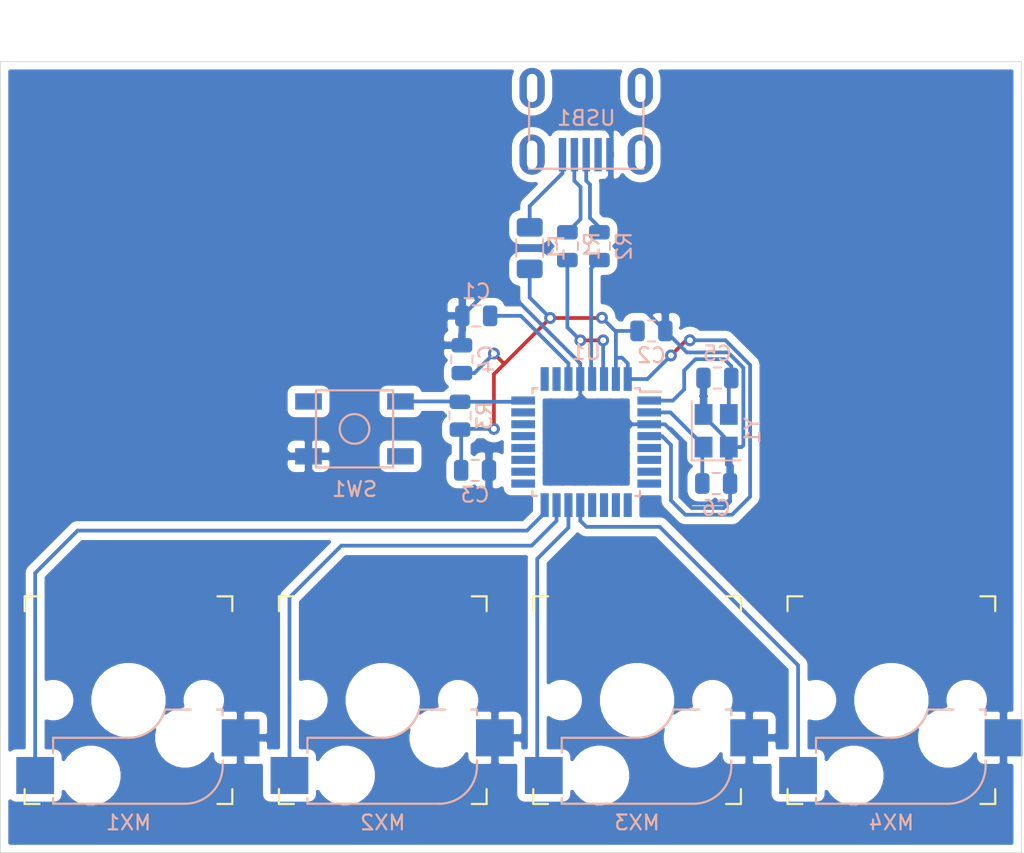
<source format=kicad_pcb>
(kicad_pcb (version 20171130) (host pcbnew "(5.1.4)-1")

  (general
    (thickness 1.6)
    (drawings 4)
    (tracks 160)
    (zones 0)
    (modules 18)
    (nets 35)
  )

  (page A4)
  (layers
    (0 F.Cu signal)
    (31 B.Cu signal)
    (32 B.Adhes user)
    (33 F.Adhes user)
    (34 B.Paste user)
    (35 F.Paste user)
    (36 B.SilkS user)
    (37 F.SilkS user)
    (38 B.Mask user)
    (39 F.Mask user)
    (40 Dwgs.User user)
    (41 Cmts.User user)
    (42 Eco1.User user)
    (43 Eco2.User user)
    (44 Edge.Cuts user)
    (45 Margin user)
    (46 B.CrtYd user)
    (47 F.CrtYd user)
    (48 B.Fab user)
    (49 F.Fab user)
  )

  (setup
    (last_trace_width 0.254)
    (trace_clearance 0.2)
    (zone_clearance 0.508)
    (zone_45_only no)
    (trace_min 0.2)
    (via_size 0.8)
    (via_drill 0.4)
    (via_min_size 0.4)
    (via_min_drill 0.3)
    (uvia_size 0.3)
    (uvia_drill 0.1)
    (uvias_allowed no)
    (uvia_min_size 0.2)
    (uvia_min_drill 0.1)
    (edge_width 0.05)
    (segment_width 0.2)
    (pcb_text_width 0.3)
    (pcb_text_size 1.5 1.5)
    (mod_edge_width 0.12)
    (mod_text_size 1 1)
    (mod_text_width 0.15)
    (pad_size 1 1.6)
    (pad_drill 0.6)
    (pad_to_mask_clearance 0.051)
    (solder_mask_min_width 0.25)
    (aux_axis_origin 0 0)
    (visible_elements 7FFFFFFF)
    (pcbplotparams
      (layerselection 0x010fc_ffffffff)
      (usegerberextensions true)
      (usegerberattributes false)
      (usegerberadvancedattributes false)
      (creategerberjobfile false)
      (excludeedgelayer true)
      (linewidth 0.100000)
      (plotframeref false)
      (viasonmask false)
      (mode 1)
      (useauxorigin false)
      (hpglpennumber 1)
      (hpglpenspeed 20)
      (hpglpendiameter 15.000000)
      (psnegative false)
      (psa4output false)
      (plotreference true)
      (plotvalue false)
      (plotinvisibletext false)
      (padsonsilk false)
      (subtractmaskfromsilk true)
      (outputformat 1)
      (mirror false)
      (drillshape 0)
      (scaleselection 1)
      (outputdirectory "../jlcpcb/"))
  )

  (net 0 "")
  (net 1 GND)
  (net 2 "Net-(C1-Pad1)")
  (net 3 +5V)
  (net 4 XTAL1)
  (net 5 XTAL2)
  (net 6 VCC)
  (net 7 MX1)
  (net 8 MX2)
  (net 9 MX3)
  (net 10 MX4)
  (net 11 D-)
  (net 12 "Net-(R1-Pad1)")
  (net 13 D+)
  (net 14 "Net-(R2-Pad1)")
  (net 15 "Net-(R3-Pad2)")
  (net 16 "Net-(U1-Pad26)")
  (net 17 "Net-(U1-Pad25)")
  (net 18 "Net-(U1-Pad23)")
  (net 19 "Net-(U1-Pad22)")
  (net 20 "Net-(U1-Pad21)")
  (net 21 "Net-(U1-Pad20)")
  (net 22 "Net-(U1-Pad19)")
  (net 23 "Net-(U1-Pad18)")
  (net 24 "Net-(U1-Pad17)")
  (net 25 "Net-(U1-Pad12)")
  (net 26 "Net-(U1-Pad11)")
  (net 27 "Net-(U1-Pad10)")
  (net 28 "Net-(U1-Pad9)")
  (net 29 "Net-(U1-Pad8)")
  (net 30 "Net-(U1-Pad7)")
  (net 31 "Net-(U1-Pad6)")
  (net 32 "Net-(U1-Pad5)")
  (net 33 "Net-(USB1-Pad6)")
  (net 34 "Net-(USB1-Pad2)")

  (net_class Default "This is the default net class."
    (clearance 0.2)
    (trace_width 0.254)
    (via_dia 0.8)
    (via_drill 0.4)
    (uvia_dia 0.3)
    (uvia_drill 0.1)
    (add_net +5V)
    (add_net D+)
    (add_net D-)
    (add_net GND)
    (add_net MX1)
    (add_net MX2)
    (add_net MX3)
    (add_net MX4)
    (add_net "Net-(C1-Pad1)")
    (add_net "Net-(R1-Pad1)")
    (add_net "Net-(R2-Pad1)")
    (add_net "Net-(R3-Pad2)")
    (add_net "Net-(U1-Pad10)")
    (add_net "Net-(U1-Pad11)")
    (add_net "Net-(U1-Pad12)")
    (add_net "Net-(U1-Pad17)")
    (add_net "Net-(U1-Pad18)")
    (add_net "Net-(U1-Pad19)")
    (add_net "Net-(U1-Pad20)")
    (add_net "Net-(U1-Pad21)")
    (add_net "Net-(U1-Pad22)")
    (add_net "Net-(U1-Pad23)")
    (add_net "Net-(U1-Pad25)")
    (add_net "Net-(U1-Pad26)")
    (add_net "Net-(U1-Pad5)")
    (add_net "Net-(U1-Pad6)")
    (add_net "Net-(U1-Pad7)")
    (add_net "Net-(U1-Pad8)")
    (add_net "Net-(U1-Pad9)")
    (add_net "Net-(USB1-Pad2)")
    (add_net "Net-(USB1-Pad6)")
    (add_net VCC)
    (add_net XTAL1)
    (add_net XTAL2)
  )

  (net_class Power ""
    (clearance 0.2)
    (trace_width 0.381)
    (via_dia 0.8)
    (via_drill 0.4)
    (uvia_dia 0.3)
    (uvia_drill 0.1)
  )

  (module keyswitches:Kailh_socket_MX (layer F.Cu) (tedit 5DD4FB17) (tstamp 6366D913)
    (at 120.777 110.236 180)
    (descr "MX-style keyswitch with Kailh socket mount")
    (tags MX,cherry,gateron,kailh,pg1511,socket)
    (path /636BA0D3)
    (attr smd)
    (fp_text reference MX2 (at 0 -8.255) (layer B.SilkS)
      (effects (font (size 1 1) (thickness 0.15)) (justify mirror))
    )
    (fp_text value MX-NoLED (at 0 8.255) (layer F.Fab)
      (effects (font (size 1 1) (thickness 0.15)))
    )
    (fp_text user %V (at -0.635 0.635) (layer B.Fab)
      (effects (font (size 1 1) (thickness 0.15)) (justify mirror))
    )
    (fp_text user %R (at -0.635 -4.445) (layer B.Fab)
      (effects (font (size 1 1) (thickness 0.15)) (justify mirror))
    )
    (fp_line (start -8.89 -3.81) (end -6.35 -3.81) (layer B.Fab) (width 0.12))
    (fp_line (start -8.89 -1.27) (end -8.89 -3.81) (layer B.Fab) (width 0.12))
    (fp_line (start -6.35 -1.27) (end -8.89 -1.27) (layer B.Fab) (width 0.12))
    (fp_line (start 7.62 -3.81) (end 5.08 -3.81) (layer B.Fab) (width 0.12))
    (fp_line (start 7.62 -6.35) (end 7.62 -3.81) (layer B.Fab) (width 0.12))
    (fp_line (start 5.08 -6.35) (end 7.62 -6.35) (layer B.Fab) (width 0.12))
    (fp_line (start 5.08 -2.54) (end 0 -2.54) (layer B.Fab) (width 0.12))
    (fp_line (start 5.08 -6.985) (end 5.08 -2.54) (layer B.Fab) (width 0.12))
    (fp_line (start -3.81 -6.985) (end 5.08 -6.985) (layer B.Fab) (width 0.12))
    (fp_line (start -6.35 -0.635) (end -6.35 -4.445) (layer B.Fab) (width 0.12))
    (fp_line (start -6.35 -0.635) (end -2.54 -0.635) (layer B.Fab) (width 0.12))
    (fp_arc (start 0 0) (end 0 -2.54) (angle -75.96375653) (layer B.Fab) (width 0.12))
    (fp_arc (start -3.81 -4.445) (end -3.81 -6.985) (angle -90) (layer B.Fab) (width 0.12))
    (fp_line (start 5.08 -6.985) (end 5.08 -6.604) (layer B.SilkS) (width 0.15))
    (fp_line (start -3.81 -6.985) (end 5.08 -6.985) (layer B.SilkS) (width 0.15))
    (fp_line (start -6.35 -4.445) (end -6.35 -4.064) (layer B.SilkS) (width 0.15))
    (fp_line (start -5.969 -0.635) (end -6.35 -0.635) (layer B.SilkS) (width 0.15))
    (fp_line (start -2.464162 -0.635) (end -4.191 -0.635) (layer B.SilkS) (width 0.15))
    (fp_line (start 5.08 -2.54) (end 0 -2.54) (layer B.SilkS) (width 0.15))
    (fp_line (start 5.08 -3.556) (end 5.08 -2.54) (layer B.SilkS) (width 0.15))
    (fp_arc (start 0 0) (end 0 -2.54) (angle -75.96375653) (layer B.SilkS) (width 0.15))
    (fp_line (start -6.35 -1.016) (end -6.35 -0.635) (layer B.SilkS) (width 0.15))
    (fp_arc (start -3.81 -4.445) (end -3.81 -6.985) (angle -90) (layer B.SilkS) (width 0.15))
    (fp_line (start -7.5 7.5) (end -7.5 -7.5) (layer F.Fab) (width 0.15))
    (fp_line (start 7.5 7.5) (end -7.5 7.5) (layer F.Fab) (width 0.15))
    (fp_line (start 7.5 -7.5) (end 7.5 7.5) (layer F.Fab) (width 0.15))
    (fp_line (start -7.5 -7.5) (end 7.5 -7.5) (layer F.Fab) (width 0.15))
    (fp_line (start -6.9 6.9) (end -6.9 -6.9) (layer Eco2.User) (width 0.15))
    (fp_line (start 6.9 -6.9) (end 6.9 6.9) (layer Eco2.User) (width 0.15))
    (fp_line (start 6.9 -6.9) (end -6.9 -6.9) (layer Eco2.User) (width 0.15))
    (fp_line (start -6.9 6.9) (end 6.9 6.9) (layer Eco2.User) (width 0.15))
    (fp_line (start 7 -7) (end 7 -6) (layer F.SilkS) (width 0.15))
    (fp_line (start 6 7) (end 7 7) (layer F.SilkS) (width 0.15))
    (fp_line (start 7 -7) (end 6 -7) (layer F.SilkS) (width 0.15))
    (fp_line (start 7 6) (end 7 7) (layer F.SilkS) (width 0.15))
    (fp_line (start -7 7) (end -7 6) (layer F.SilkS) (width 0.15))
    (fp_line (start -6 -7) (end -7 -7) (layer F.SilkS) (width 0.15))
    (fp_line (start -7 7) (end -6 7) (layer F.SilkS) (width 0.15))
    (fp_line (start -7 -6) (end -7 -7) (layer F.SilkS) (width 0.15))
    (pad 2 smd rect (at -7.56 -2.54 180) (size 2.55 2.5) (layers B.Cu B.Paste B.Mask)
      (net 1 GND))
    (pad "" np_thru_hole circle (at -5.08 0 180) (size 1.7018 1.7018) (drill 1.7018) (layers *.Cu *.Mask))
    (pad "" np_thru_hole circle (at 5.08 0 180) (size 1.7018 1.7018) (drill 1.7018) (layers *.Cu *.Mask))
    (pad "" np_thru_hole circle (at 0 0 180) (size 3.9878 3.9878) (drill 3.9878) (layers *.Cu *.Mask))
    (pad "" np_thru_hole circle (at -3.81 -2.54 180) (size 3 3) (drill 3) (layers *.Cu *.Mask))
    (pad "" np_thru_hole circle (at 2.54 -5.08 180) (size 3 3) (drill 3) (layers *.Cu *.Mask))
    (pad 1 smd rect (at 6.29 -5.08 180) (size 2.55 2.5) (layers B.Cu B.Paste B.Mask)
      (net 8 MX2))
  )

  (module Crystal:Crystal_SMD_3225-4Pin_3.2x2.5mm (layer B.Cu) (tedit 5A0FD1B2) (tstamp 6366DA37)
    (at 143.256 92.075 90)
    (descr "SMD Crystal SERIES SMD3225/4 http://www.txccrystal.com/images/pdf/7m-accuracy.pdf, 3.2x2.5mm^2 package")
    (tags "SMD SMT crystal")
    (path /63741840)
    (attr smd)
    (fp_text reference Y1 (at 0 2.45 90) (layer B.SilkS)
      (effects (font (size 1 1) (thickness 0.15)) (justify mirror))
    )
    (fp_text value 16Mhz (at 0 -2.45 90) (layer B.Fab)
      (effects (font (size 1 1) (thickness 0.15)) (justify mirror))
    )
    (fp_line (start 2.1 1.7) (end -2.1 1.7) (layer B.CrtYd) (width 0.05))
    (fp_line (start 2.1 -1.7) (end 2.1 1.7) (layer B.CrtYd) (width 0.05))
    (fp_line (start -2.1 -1.7) (end 2.1 -1.7) (layer B.CrtYd) (width 0.05))
    (fp_line (start -2.1 1.7) (end -2.1 -1.7) (layer B.CrtYd) (width 0.05))
    (fp_line (start -2 -1.65) (end 2 -1.65) (layer B.SilkS) (width 0.12))
    (fp_line (start -2 1.65) (end -2 -1.65) (layer B.SilkS) (width 0.12))
    (fp_line (start -1.6 -0.25) (end -0.6 -1.25) (layer B.Fab) (width 0.1))
    (fp_line (start 1.6 1.25) (end -1.6 1.25) (layer B.Fab) (width 0.1))
    (fp_line (start 1.6 -1.25) (end 1.6 1.25) (layer B.Fab) (width 0.1))
    (fp_line (start -1.6 -1.25) (end 1.6 -1.25) (layer B.Fab) (width 0.1))
    (fp_line (start -1.6 1.25) (end -1.6 -1.25) (layer B.Fab) (width 0.1))
    (fp_text user %R (at 0 0 90) (layer B.Fab)
      (effects (font (size 0.7 0.7) (thickness 0.105)) (justify mirror))
    )
    (pad 4 smd rect (at -1.1 0.85 90) (size 1.4 1.2) (layers B.Cu B.Paste B.Mask)
      (net 1 GND))
    (pad 3 smd rect (at 1.1 0.85 90) (size 1.4 1.2) (layers B.Cu B.Paste B.Mask)
      (net 4 XTAL1))
    (pad 2 smd rect (at 1.1 -0.85 90) (size 1.4 1.2) (layers B.Cu B.Paste B.Mask)
      (net 1 GND))
    (pad 1 smd rect (at -1.1 -0.85 90) (size 1.4 1.2) (layers B.Cu B.Paste B.Mask)
      (net 5 XTAL2))
    (model ${KISYS3DMOD}/Crystal.3dshapes/Crystal_SMD_3225-4Pin_3.2x2.5mm.wrl
      (at (xyz 0 0 0))
      (scale (xyz 1 1 1))
      (rotate (xyz 0 0 0))
    )
  )

  (module random-keyboard-parts:Molex-0548190589 (layer B.Cu) (tedit 5C494815) (tstamp 6366DA23)
    (at 134.493 68.961 270)
    (path /636796A6)
    (attr smd)
    (fp_text reference USB1 (at 2.032 0 180) (layer B.SilkS)
      (effects (font (size 1 1) (thickness 0.15)) (justify mirror))
    )
    (fp_text value Molex-0548190589 (at -5.08 0 180) (layer Dwgs.User)
      (effects (font (size 1 1) (thickness 0.15)))
    )
    (fp_text user %R (at 2 0 180) (layer B.CrtYd)
      (effects (font (size 1 1) (thickness 0.15)) (justify mirror))
    )
    (fp_line (start 3.25 1.25) (end 5.5 1.25) (layer B.CrtYd) (width 0.15))
    (fp_line (start 5.5 0.5) (end 3.25 0.5) (layer B.CrtYd) (width 0.15))
    (fp_line (start 3.25 -0.5) (end 5.5 -0.5) (layer B.CrtYd) (width 0.15))
    (fp_line (start 5.5 -1.25) (end 3.25 -1.25) (layer B.CrtYd) (width 0.15))
    (fp_line (start 3.25 -2) (end 5.5 -2) (layer B.CrtYd) (width 0.15))
    (fp_line (start 3.25 2) (end 3.25 -2) (layer B.CrtYd) (width 0.15))
    (fp_line (start 5.5 2) (end 3.25 2) (layer B.CrtYd) (width 0.15))
    (fp_line (start -3.75 -3.75) (end -3.75 3.75) (layer B.CrtYd) (width 0.15))
    (fp_line (start 5.5 -3.75) (end -3.75 -3.75) (layer B.CrtYd) (width 0.15))
    (fp_line (start 5.5 3.75) (end 5.5 -3.75) (layer B.CrtYd) (width 0.15))
    (fp_line (start -3.75 3.75) (end 5.5 3.75) (layer B.CrtYd) (width 0.15))
    (fp_line (start 0 3.85) (end 5.45 3.85) (layer B.SilkS) (width 0.15))
    (fp_line (start 0 -3.85) (end 5.45 -3.85) (layer B.SilkS) (width 0.15))
    (fp_line (start 5.45 3.85) (end 5.45 -3.85) (layer B.SilkS) (width 0.15))
    (fp_line (start -3.75 3.85) (end 0 3.85) (layer Dwgs.User) (width 0.15))
    (fp_line (start -3.75 -3.85) (end 0 -3.85) (layer Dwgs.User) (width 0.15))
    (fp_line (start -1.75 4.572) (end -1.75 -4.572) (layer Dwgs.User) (width 0.15))
    (fp_line (start -3.75 3.85) (end -3.75 -3.85) (layer Dwgs.User) (width 0.15))
    (pad 6 thru_hole oval (at 0 3.65 270) (size 2.7 1.7) (drill oval 1.9 0.7) (layers *.Cu *.Mask)
      (net 33 "Net-(USB1-Pad6)"))
    (pad 6 thru_hole oval (at 0 -3.65 270) (size 2.7 1.7) (drill oval 1.9 0.7) (layers *.Cu *.Mask)
      (net 33 "Net-(USB1-Pad6)"))
    (pad 6 thru_hole oval (at 4.5 -3.65 270) (size 2.7 1.7) (drill oval 1.9 0.7) (layers *.Cu *.Mask)
      (net 33 "Net-(USB1-Pad6)"))
    (pad 6 thru_hole oval (at 4.5 3.65 270) (size 2.7 1.7) (drill oval 1.9 0.7) (layers *.Cu *.Mask)
      (net 33 "Net-(USB1-Pad6)"))
    (pad 5 smd rect (at 4.5 1.6 270) (size 2.25 0.5) (layers B.Cu B.Paste B.Mask)
      (net 6 VCC))
    (pad 4 smd rect (at 4.5 0.8 270) (size 2.25 0.5) (layers B.Cu B.Paste B.Mask)
      (net 11 D-))
    (pad 3 smd rect (at 4.5 0 270) (size 2.25 0.5) (layers B.Cu B.Paste B.Mask)
      (net 13 D+))
    (pad 2 smd rect (at 4.5 -0.8 270) (size 2.25 0.5) (layers B.Cu B.Paste B.Mask)
      (net 34 "Net-(USB1-Pad2)"))
    (pad 1 smd rect (at 4.5 -1.6 270) (size 2.25 0.5) (layers B.Cu B.Paste B.Mask)
      (net 1 GND))
  )

  (module Package_QFP:TQFP-32_7x7mm_P0.8mm (layer B.Cu) (tedit 5A02F146) (tstamp 6366DA03)
    (at 134.493 92.837 180)
    (descr "32-Lead Plastic Thin Quad Flatpack (PT) - 7x7x1.0 mm Body, 2.00 mm [TQFP] (see Microchip Packaging Specification 00000049BS.pdf)")
    (tags "QFP 0.8")
    (path /636C99F8)
    (attr smd)
    (fp_text reference U1 (at 0 6.05) (layer B.SilkS)
      (effects (font (size 1 1) (thickness 0.15)) (justify mirror))
    )
    (fp_text value ATmega32U2-AU (at 0 -6.05) (layer B.Fab)
      (effects (font (size 1 1) (thickness 0.15)) (justify mirror))
    )
    (fp_line (start -3.625 3.4) (end -5.05 3.4) (layer B.SilkS) (width 0.15))
    (fp_line (start 3.625 3.625) (end 3.3 3.625) (layer B.SilkS) (width 0.15))
    (fp_line (start 3.625 -3.625) (end 3.3 -3.625) (layer B.SilkS) (width 0.15))
    (fp_line (start -3.625 -3.625) (end -3.3 -3.625) (layer B.SilkS) (width 0.15))
    (fp_line (start -3.625 3.625) (end -3.3 3.625) (layer B.SilkS) (width 0.15))
    (fp_line (start -3.625 -3.625) (end -3.625 -3.3) (layer B.SilkS) (width 0.15))
    (fp_line (start 3.625 -3.625) (end 3.625 -3.3) (layer B.SilkS) (width 0.15))
    (fp_line (start 3.625 3.625) (end 3.625 3.3) (layer B.SilkS) (width 0.15))
    (fp_line (start -3.625 3.625) (end -3.625 3.4) (layer B.SilkS) (width 0.15))
    (fp_line (start -5.3 -5.3) (end 5.3 -5.3) (layer B.CrtYd) (width 0.05))
    (fp_line (start -5.3 5.3) (end 5.3 5.3) (layer B.CrtYd) (width 0.05))
    (fp_line (start 5.3 5.3) (end 5.3 -5.3) (layer B.CrtYd) (width 0.05))
    (fp_line (start -5.3 5.3) (end -5.3 -5.3) (layer B.CrtYd) (width 0.05))
    (fp_line (start -3.5 2.5) (end -2.5 3.5) (layer B.Fab) (width 0.15))
    (fp_line (start -3.5 -3.5) (end -3.5 2.5) (layer B.Fab) (width 0.15))
    (fp_line (start 3.5 -3.5) (end -3.5 -3.5) (layer B.Fab) (width 0.15))
    (fp_line (start 3.5 3.5) (end 3.5 -3.5) (layer B.Fab) (width 0.15))
    (fp_line (start -2.5 3.5) (end 3.5 3.5) (layer B.Fab) (width 0.15))
    (fp_text user %R (at 0 0) (layer B.Fab)
      (effects (font (size 1 1) (thickness 0.15)) (justify mirror))
    )
    (pad 32 smd rect (at -2.8 4.25 90) (size 1.6 0.55) (layers B.Cu B.Paste B.Mask)
      (net 3 +5V))
    (pad 31 smd rect (at -2 4.25 90) (size 1.6 0.55) (layers B.Cu B.Paste B.Mask)
      (net 3 +5V))
    (pad 30 smd rect (at -1.2 4.25 90) (size 1.6 0.55) (layers B.Cu B.Paste B.Mask)
      (net 12 "Net-(R1-Pad1)"))
    (pad 29 smd rect (at -0.4 4.25 90) (size 1.6 0.55) (layers B.Cu B.Paste B.Mask)
      (net 14 "Net-(R2-Pad1)"))
    (pad 28 smd rect (at 0.4 4.25 90) (size 1.6 0.55) (layers B.Cu B.Paste B.Mask)
      (net 1 GND))
    (pad 27 smd rect (at 1.2 4.25 90) (size 1.6 0.55) (layers B.Cu B.Paste B.Mask)
      (net 2 "Net-(C1-Pad1)"))
    (pad 26 smd rect (at 2 4.25 90) (size 1.6 0.55) (layers B.Cu B.Paste B.Mask)
      (net 16 "Net-(U1-Pad26)"))
    (pad 25 smd rect (at 2.8 4.25 90) (size 1.6 0.55) (layers B.Cu B.Paste B.Mask)
      (net 17 "Net-(U1-Pad25)"))
    (pad 24 smd rect (at 4.25 2.8 180) (size 1.6 0.55) (layers B.Cu B.Paste B.Mask)
      (net 15 "Net-(R3-Pad2)"))
    (pad 23 smd rect (at 4.25 2 180) (size 1.6 0.55) (layers B.Cu B.Paste B.Mask)
      (net 18 "Net-(U1-Pad23)"))
    (pad 22 smd rect (at 4.25 1.2 180) (size 1.6 0.55) (layers B.Cu B.Paste B.Mask)
      (net 19 "Net-(U1-Pad22)"))
    (pad 21 smd rect (at 4.25 0.4 180) (size 1.6 0.55) (layers B.Cu B.Paste B.Mask)
      (net 20 "Net-(U1-Pad21)"))
    (pad 20 smd rect (at 4.25 -0.4 180) (size 1.6 0.55) (layers B.Cu B.Paste B.Mask)
      (net 21 "Net-(U1-Pad20)"))
    (pad 19 smd rect (at 4.25 -1.2 180) (size 1.6 0.55) (layers B.Cu B.Paste B.Mask)
      (net 22 "Net-(U1-Pad19)"))
    (pad 18 smd rect (at 4.25 -2 180) (size 1.6 0.55) (layers B.Cu B.Paste B.Mask)
      (net 23 "Net-(U1-Pad18)"))
    (pad 17 smd rect (at 4.25 -2.8 180) (size 1.6 0.55) (layers B.Cu B.Paste B.Mask)
      (net 24 "Net-(U1-Pad17)"))
    (pad 16 smd rect (at 2.8 -4.25 90) (size 1.6 0.55) (layers B.Cu B.Paste B.Mask)
      (net 7 MX1))
    (pad 15 smd rect (at 2 -4.25 90) (size 1.6 0.55) (layers B.Cu B.Paste B.Mask)
      (net 8 MX2))
    (pad 14 smd rect (at 1.2 -4.25 90) (size 1.6 0.55) (layers B.Cu B.Paste B.Mask)
      (net 9 MX3))
    (pad 13 smd rect (at 0.4 -4.25 90) (size 1.6 0.55) (layers B.Cu B.Paste B.Mask)
      (net 10 MX4))
    (pad 12 smd rect (at -0.4 -4.25 90) (size 1.6 0.55) (layers B.Cu B.Paste B.Mask)
      (net 25 "Net-(U1-Pad12)"))
    (pad 11 smd rect (at -1.2 -4.25 90) (size 1.6 0.55) (layers B.Cu B.Paste B.Mask)
      (net 26 "Net-(U1-Pad11)"))
    (pad 10 smd rect (at -2 -4.25 90) (size 1.6 0.55) (layers B.Cu B.Paste B.Mask)
      (net 27 "Net-(U1-Pad10)"))
    (pad 9 smd rect (at -2.8 -4.25 90) (size 1.6 0.55) (layers B.Cu B.Paste B.Mask)
      (net 28 "Net-(U1-Pad9)"))
    (pad 8 smd rect (at -4.25 -2.8 180) (size 1.6 0.55) (layers B.Cu B.Paste B.Mask)
      (net 29 "Net-(U1-Pad8)"))
    (pad 7 smd rect (at -4.25 -2 180) (size 1.6 0.55) (layers B.Cu B.Paste B.Mask)
      (net 30 "Net-(U1-Pad7)"))
    (pad 6 smd rect (at -4.25 -1.2 180) (size 1.6 0.55) (layers B.Cu B.Paste B.Mask)
      (net 31 "Net-(U1-Pad6)"))
    (pad 5 smd rect (at -4.25 -0.4 180) (size 1.6 0.55) (layers B.Cu B.Paste B.Mask)
      (net 32 "Net-(U1-Pad5)"))
    (pad 4 smd rect (at -4.25 0.4 180) (size 1.6 0.55) (layers B.Cu B.Paste B.Mask)
      (net 3 +5V))
    (pad 3 smd rect (at -4.25 1.2 180) (size 1.6 0.55) (layers B.Cu B.Paste B.Mask)
      (net 1 GND))
    (pad 2 smd rect (at -4.25 2 180) (size 1.6 0.55) (layers B.Cu B.Paste B.Mask)
      (net 5 XTAL2))
    (pad 1 smd rect (at -4.25 2.8 180) (size 1.6 0.55) (layers B.Cu B.Paste B.Mask)
      (net 4 XTAL1))
    (model ${KISYS3DMOD}/Package_QFP.3dshapes/TQFP-32_7x7mm_P0.8mm.wrl
      (at (xyz 0 0 0))
      (scale (xyz 1 1 1))
      (rotate (xyz 0 0 0))
    )
  )

  (module random-keyboard-parts:SKQG-1155865 (layer B.Cu) (tedit 5E62B398) (tstamp 6366D9CC)
    (at 118.872 91.948 180)
    (path /636E192A)
    (attr smd)
    (fp_text reference SW1 (at 0 -4.064) (layer B.SilkS)
      (effects (font (size 1 1) (thickness 0.15)) (justify mirror))
    )
    (fp_text value SW_Push (at 0 4.064) (layer B.Fab)
      (effects (font (size 1 1) (thickness 0.15)) (justify mirror))
    )
    (fp_line (start -2.6 2.6) (end 2.6 2.6) (layer B.SilkS) (width 0.15))
    (fp_line (start 2.6 2.6) (end 2.6 -2.6) (layer B.SilkS) (width 0.15))
    (fp_line (start 2.6 -2.6) (end -2.6 -2.6) (layer B.SilkS) (width 0.15))
    (fp_line (start -2.6 -2.6) (end -2.6 2.6) (layer B.SilkS) (width 0.15))
    (fp_circle (center 0 0) (end 1 0) (layer B.SilkS) (width 0.15))
    (fp_line (start -4.2 2.6) (end 4.2 2.6) (layer B.Fab) (width 0.15))
    (fp_line (start 4.2 2.6) (end 4.2 1.2) (layer B.Fab) (width 0.15))
    (fp_line (start 4.2 1.1) (end 2.6 1.1) (layer B.Fab) (width 0.15))
    (fp_line (start 2.6 1.1) (end 2.6 -1.1) (layer B.Fab) (width 0.15))
    (fp_line (start 2.6 -1.1) (end 4.2 -1.1) (layer B.Fab) (width 0.15))
    (fp_line (start 4.2 -1.1) (end 4.2 -2.6) (layer B.Fab) (width 0.15))
    (fp_line (start 4.2 -2.6) (end -4.2 -2.6) (layer B.Fab) (width 0.15))
    (fp_line (start -4.2 -2.6) (end -4.2 -1.1) (layer B.Fab) (width 0.15))
    (fp_line (start -4.2 -1.1) (end -2.6 -1.1) (layer B.Fab) (width 0.15))
    (fp_line (start -2.6 -1.1) (end -2.6 1.1) (layer B.Fab) (width 0.15))
    (fp_line (start -2.6 1.1) (end -4.2 1.1) (layer B.Fab) (width 0.15))
    (fp_line (start -4.2 1.1) (end -4.2 2.6) (layer B.Fab) (width 0.15))
    (fp_circle (center 0 0) (end 1 0) (layer B.Fab) (width 0.15))
    (fp_line (start -2.6 1.1) (end -1.1 2.6) (layer B.Fab) (width 0.15))
    (fp_line (start 2.6 1.1) (end 1.1 2.6) (layer B.Fab) (width 0.15))
    (fp_line (start 2.6 -1.1) (end 1.1 -2.6) (layer B.Fab) (width 0.15))
    (fp_line (start -2.6 -1.1) (end -1.1 -2.6) (layer B.Fab) (width 0.15))
    (pad 4 smd rect (at -3.1 -1.85 180) (size 1.8 1.1) (layers B.Cu B.Paste B.Mask))
    (pad 3 smd rect (at 3.1 1.85 180) (size 1.8 1.1) (layers B.Cu B.Paste B.Mask))
    (pad 2 smd rect (at -3.1 1.85 180) (size 1.8 1.1) (layers B.Cu B.Paste B.Mask)
      (net 15 "Net-(R3-Pad2)"))
    (pad 1 smd rect (at 3.1 -1.85 180) (size 1.8 1.1) (layers B.Cu B.Paste B.Mask)
      (net 1 GND))
    (model ${KISYS3DMOD}/Button_Switch_SMD.3dshapes/SW_SPST_TL3342.step
      (at (xyz 0 0 0))
      (scale (xyz 1 1 1))
      (rotate (xyz 0 0 0))
    )
  )

  (module Resistor_SMD:R_0805_2012Metric (layer B.Cu) (tedit 5B36C52B) (tstamp 6366D9AE)
    (at 125.984 91.059 90)
    (descr "Resistor SMD 0805 (2012 Metric), square (rectangular) end terminal, IPC_7351 nominal, (Body size source: https://docs.google.com/spreadsheets/d/1BsfQQcO9C6DZCsRaXUlFlo91Tg2WpOkGARC1WS5S8t0/edit?usp=sharing), generated with kicad-footprint-generator")
    (tags resistor)
    (path /636E2124)
    (attr smd)
    (fp_text reference R3 (at 0 1.65 90) (layer B.SilkS)
      (effects (font (size 1 1) (thickness 0.15)) (justify mirror))
    )
    (fp_text value 10k (at 0 -1.65 90) (layer B.Fab)
      (effects (font (size 1 1) (thickness 0.15)) (justify mirror))
    )
    (fp_text user %R (at 0 0 90) (layer B.Fab)
      (effects (font (size 0.5 0.5) (thickness 0.08)) (justify mirror))
    )
    (fp_line (start 1.68 -0.95) (end -1.68 -0.95) (layer B.CrtYd) (width 0.05))
    (fp_line (start 1.68 0.95) (end 1.68 -0.95) (layer B.CrtYd) (width 0.05))
    (fp_line (start -1.68 0.95) (end 1.68 0.95) (layer B.CrtYd) (width 0.05))
    (fp_line (start -1.68 -0.95) (end -1.68 0.95) (layer B.CrtYd) (width 0.05))
    (fp_line (start -0.258578 -0.71) (end 0.258578 -0.71) (layer B.SilkS) (width 0.12))
    (fp_line (start -0.258578 0.71) (end 0.258578 0.71) (layer B.SilkS) (width 0.12))
    (fp_line (start 1 -0.6) (end -1 -0.6) (layer B.Fab) (width 0.1))
    (fp_line (start 1 0.6) (end 1 -0.6) (layer B.Fab) (width 0.1))
    (fp_line (start -1 0.6) (end 1 0.6) (layer B.Fab) (width 0.1))
    (fp_line (start -1 -0.6) (end -1 0.6) (layer B.Fab) (width 0.1))
    (pad 2 smd roundrect (at 0.9375 0 90) (size 0.975 1.4) (layers B.Cu B.Paste B.Mask) (roundrect_rratio 0.25)
      (net 15 "Net-(R3-Pad2)"))
    (pad 1 smd roundrect (at -0.9375 0 90) (size 0.975 1.4) (layers B.Cu B.Paste B.Mask) (roundrect_rratio 0.25)
      (net 3 +5V))
    (model ${KISYS3DMOD}/Resistor_SMD.3dshapes/R_0805_2012Metric.wrl
      (at (xyz 0 0 0))
      (scale (xyz 1 1 1))
      (rotate (xyz 0 0 0))
    )
  )

  (module Resistor_SMD:R_0805_2012Metric (layer B.Cu) (tedit 5B36C52B) (tstamp 6366D99D)
    (at 135.382 79.629 90)
    (descr "Resistor SMD 0805 (2012 Metric), square (rectangular) end terminal, IPC_7351 nominal, (Body size source: https://docs.google.com/spreadsheets/d/1BsfQQcO9C6DZCsRaXUlFlo91Tg2WpOkGARC1WS5S8t0/edit?usp=sharing), generated with kicad-footprint-generator")
    (tags resistor)
    (path /636E6551)
    (attr smd)
    (fp_text reference R2 (at 0 1.65 90) (layer B.SilkS)
      (effects (font (size 1 1) (thickness 0.15)) (justify mirror))
    )
    (fp_text value 22 (at 0 -1.65 90) (layer B.Fab)
      (effects (font (size 1 1) (thickness 0.15)) (justify mirror))
    )
    (fp_text user %R (at 0 0 90) (layer B.Fab)
      (effects (font (size 0.5 0.5) (thickness 0.08)) (justify mirror))
    )
    (fp_line (start 1.68 -0.95) (end -1.68 -0.95) (layer B.CrtYd) (width 0.05))
    (fp_line (start 1.68 0.95) (end 1.68 -0.95) (layer B.CrtYd) (width 0.05))
    (fp_line (start -1.68 0.95) (end 1.68 0.95) (layer B.CrtYd) (width 0.05))
    (fp_line (start -1.68 -0.95) (end -1.68 0.95) (layer B.CrtYd) (width 0.05))
    (fp_line (start -0.258578 -0.71) (end 0.258578 -0.71) (layer B.SilkS) (width 0.12))
    (fp_line (start -0.258578 0.71) (end 0.258578 0.71) (layer B.SilkS) (width 0.12))
    (fp_line (start 1 -0.6) (end -1 -0.6) (layer B.Fab) (width 0.1))
    (fp_line (start 1 0.6) (end 1 -0.6) (layer B.Fab) (width 0.1))
    (fp_line (start -1 0.6) (end 1 0.6) (layer B.Fab) (width 0.1))
    (fp_line (start -1 -0.6) (end -1 0.6) (layer B.Fab) (width 0.1))
    (pad 2 smd roundrect (at 0.9375 0 90) (size 0.975 1.4) (layers B.Cu B.Paste B.Mask) (roundrect_rratio 0.25)
      (net 13 D+))
    (pad 1 smd roundrect (at -0.9375 0 90) (size 0.975 1.4) (layers B.Cu B.Paste B.Mask) (roundrect_rratio 0.25)
      (net 14 "Net-(R2-Pad1)"))
    (model ${KISYS3DMOD}/Resistor_SMD.3dshapes/R_0805_2012Metric.wrl
      (at (xyz 0 0 0))
      (scale (xyz 1 1 1))
      (rotate (xyz 0 0 0))
    )
  )

  (module Resistor_SMD:R_0805_2012Metric (layer B.Cu) (tedit 5B36C52B) (tstamp 6366D98C)
    (at 133.223 79.629 90)
    (descr "Resistor SMD 0805 (2012 Metric), square (rectangular) end terminal, IPC_7351 nominal, (Body size source: https://docs.google.com/spreadsheets/d/1BsfQQcO9C6DZCsRaXUlFlo91Tg2WpOkGARC1WS5S8t0/edit?usp=sharing), generated with kicad-footprint-generator")
    (tags resistor)
    (path /636E7358)
    (attr smd)
    (fp_text reference R1 (at 0 1.65 90) (layer B.SilkS)
      (effects (font (size 1 1) (thickness 0.15)) (justify mirror))
    )
    (fp_text value 22 (at 0 -1.65 90) (layer B.Fab)
      (effects (font (size 1 1) (thickness 0.15)) (justify mirror))
    )
    (fp_text user %R (at 0 0 90) (layer B.Fab)
      (effects (font (size 0.5 0.5) (thickness 0.08)) (justify mirror))
    )
    (fp_line (start 1.68 -0.95) (end -1.68 -0.95) (layer B.CrtYd) (width 0.05))
    (fp_line (start 1.68 0.95) (end 1.68 -0.95) (layer B.CrtYd) (width 0.05))
    (fp_line (start -1.68 0.95) (end 1.68 0.95) (layer B.CrtYd) (width 0.05))
    (fp_line (start -1.68 -0.95) (end -1.68 0.95) (layer B.CrtYd) (width 0.05))
    (fp_line (start -0.258578 -0.71) (end 0.258578 -0.71) (layer B.SilkS) (width 0.12))
    (fp_line (start -0.258578 0.71) (end 0.258578 0.71) (layer B.SilkS) (width 0.12))
    (fp_line (start 1 -0.6) (end -1 -0.6) (layer B.Fab) (width 0.1))
    (fp_line (start 1 0.6) (end 1 -0.6) (layer B.Fab) (width 0.1))
    (fp_line (start -1 0.6) (end 1 0.6) (layer B.Fab) (width 0.1))
    (fp_line (start -1 -0.6) (end -1 0.6) (layer B.Fab) (width 0.1))
    (pad 2 smd roundrect (at 0.9375 0 90) (size 0.975 1.4) (layers B.Cu B.Paste B.Mask) (roundrect_rratio 0.25)
      (net 11 D-))
    (pad 1 smd roundrect (at -0.9375 0 90) (size 0.975 1.4) (layers B.Cu B.Paste B.Mask) (roundrect_rratio 0.25)
      (net 12 "Net-(R1-Pad1)"))
    (model ${KISYS3DMOD}/Resistor_SMD.3dshapes/R_0805_2012Metric.wrl
      (at (xyz 0 0 0))
      (scale (xyz 1 1 1))
      (rotate (xyz 0 0 0))
    )
  )

  (module keyswitches:Kailh_socket_MX (layer F.Cu) (tedit 5DD4FB17) (tstamp 6366D97B)
    (at 155.067 110.236 180)
    (descr "MX-style keyswitch with Kailh socket mount")
    (tags MX,cherry,gateron,kailh,pg1511,socket)
    (path /636BBFCB)
    (attr smd)
    (fp_text reference MX4 (at 0 -8.255) (layer B.SilkS)
      (effects (font (size 1 1) (thickness 0.15)) (justify mirror))
    )
    (fp_text value MX-NoLED (at 0 8.255) (layer F.Fab)
      (effects (font (size 1 1) (thickness 0.15)))
    )
    (fp_text user %V (at -0.635 0.635) (layer B.Fab)
      (effects (font (size 1 1) (thickness 0.15)) (justify mirror))
    )
    (fp_text user %R (at -0.635 -4.445) (layer B.Fab)
      (effects (font (size 1 1) (thickness 0.15)) (justify mirror))
    )
    (fp_line (start -8.89 -3.81) (end -6.35 -3.81) (layer B.Fab) (width 0.12))
    (fp_line (start -8.89 -1.27) (end -8.89 -3.81) (layer B.Fab) (width 0.12))
    (fp_line (start -6.35 -1.27) (end -8.89 -1.27) (layer B.Fab) (width 0.12))
    (fp_line (start 7.62 -3.81) (end 5.08 -3.81) (layer B.Fab) (width 0.12))
    (fp_line (start 7.62 -6.35) (end 7.62 -3.81) (layer B.Fab) (width 0.12))
    (fp_line (start 5.08 -6.35) (end 7.62 -6.35) (layer B.Fab) (width 0.12))
    (fp_line (start 5.08 -2.54) (end 0 -2.54) (layer B.Fab) (width 0.12))
    (fp_line (start 5.08 -6.985) (end 5.08 -2.54) (layer B.Fab) (width 0.12))
    (fp_line (start -3.81 -6.985) (end 5.08 -6.985) (layer B.Fab) (width 0.12))
    (fp_line (start -6.35 -0.635) (end -6.35 -4.445) (layer B.Fab) (width 0.12))
    (fp_line (start -6.35 -0.635) (end -2.54 -0.635) (layer B.Fab) (width 0.12))
    (fp_arc (start 0 0) (end 0 -2.54) (angle -75.96375653) (layer B.Fab) (width 0.12))
    (fp_arc (start -3.81 -4.445) (end -3.81 -6.985) (angle -90) (layer B.Fab) (width 0.12))
    (fp_line (start 5.08 -6.985) (end 5.08 -6.604) (layer B.SilkS) (width 0.15))
    (fp_line (start -3.81 -6.985) (end 5.08 -6.985) (layer B.SilkS) (width 0.15))
    (fp_line (start -6.35 -4.445) (end -6.35 -4.064) (layer B.SilkS) (width 0.15))
    (fp_line (start -5.969 -0.635) (end -6.35 -0.635) (layer B.SilkS) (width 0.15))
    (fp_line (start -2.464162 -0.635) (end -4.191 -0.635) (layer B.SilkS) (width 0.15))
    (fp_line (start 5.08 -2.54) (end 0 -2.54) (layer B.SilkS) (width 0.15))
    (fp_line (start 5.08 -3.556) (end 5.08 -2.54) (layer B.SilkS) (width 0.15))
    (fp_arc (start 0 0) (end 0 -2.54) (angle -75.96375653) (layer B.SilkS) (width 0.15))
    (fp_line (start -6.35 -1.016) (end -6.35 -0.635) (layer B.SilkS) (width 0.15))
    (fp_arc (start -3.81 -4.445) (end -3.81 -6.985) (angle -90) (layer B.SilkS) (width 0.15))
    (fp_line (start -7.5 7.5) (end -7.5 -7.5) (layer F.Fab) (width 0.15))
    (fp_line (start 7.5 7.5) (end -7.5 7.5) (layer F.Fab) (width 0.15))
    (fp_line (start 7.5 -7.5) (end 7.5 7.5) (layer F.Fab) (width 0.15))
    (fp_line (start -7.5 -7.5) (end 7.5 -7.5) (layer F.Fab) (width 0.15))
    (fp_line (start -6.9 6.9) (end -6.9 -6.9) (layer Eco2.User) (width 0.15))
    (fp_line (start 6.9 -6.9) (end 6.9 6.9) (layer Eco2.User) (width 0.15))
    (fp_line (start 6.9 -6.9) (end -6.9 -6.9) (layer Eco2.User) (width 0.15))
    (fp_line (start -6.9 6.9) (end 6.9 6.9) (layer Eco2.User) (width 0.15))
    (fp_line (start 7 -7) (end 7 -6) (layer F.SilkS) (width 0.15))
    (fp_line (start 6 7) (end 7 7) (layer F.SilkS) (width 0.15))
    (fp_line (start 7 -7) (end 6 -7) (layer F.SilkS) (width 0.15))
    (fp_line (start 7 6) (end 7 7) (layer F.SilkS) (width 0.15))
    (fp_line (start -7 7) (end -7 6) (layer F.SilkS) (width 0.15))
    (fp_line (start -6 -7) (end -7 -7) (layer F.SilkS) (width 0.15))
    (fp_line (start -7 7) (end -6 7) (layer F.SilkS) (width 0.15))
    (fp_line (start -7 -6) (end -7 -7) (layer F.SilkS) (width 0.15))
    (pad 2 smd rect (at -7.56 -2.54 180) (size 2.55 2.5) (layers B.Cu B.Paste B.Mask)
      (net 1 GND))
    (pad "" np_thru_hole circle (at -5.08 0 180) (size 1.7018 1.7018) (drill 1.7018) (layers *.Cu *.Mask))
    (pad "" np_thru_hole circle (at 5.08 0 180) (size 1.7018 1.7018) (drill 1.7018) (layers *.Cu *.Mask))
    (pad "" np_thru_hole circle (at 0 0 180) (size 3.9878 3.9878) (drill 3.9878) (layers *.Cu *.Mask))
    (pad "" np_thru_hole circle (at -3.81 -2.54 180) (size 3 3) (drill 3) (layers *.Cu *.Mask))
    (pad "" np_thru_hole circle (at 2.54 -5.08 180) (size 3 3) (drill 3) (layers *.Cu *.Mask))
    (pad 1 smd rect (at 6.29 -5.08 180) (size 2.55 2.5) (layers B.Cu B.Paste B.Mask)
      (net 10 MX4))
  )

  (module keyswitches:Kailh_socket_MX (layer F.Cu) (tedit 5DD4FB17) (tstamp 6366D947)
    (at 137.922 110.236 180)
    (descr "MX-style keyswitch with Kailh socket mount")
    (tags MX,cherry,gateron,kailh,pg1511,socket)
    (path /636BBFBE)
    (attr smd)
    (fp_text reference MX3 (at 0 -8.255) (layer B.SilkS)
      (effects (font (size 1 1) (thickness 0.15)) (justify mirror))
    )
    (fp_text value MX-NoLED (at 0 8.255) (layer F.Fab)
      (effects (font (size 1 1) (thickness 0.15)))
    )
    (fp_text user %V (at -0.052 0.512) (layer B.Fab)
      (effects (font (size 1 1) (thickness 0.15)) (justify mirror))
    )
    (fp_text user %R (at -0.635 -4.445) (layer B.Fab)
      (effects (font (size 1 1) (thickness 0.15)) (justify mirror))
    )
    (fp_line (start -8.89 -3.81) (end -6.35 -3.81) (layer B.Fab) (width 0.12))
    (fp_line (start -8.89 -1.27) (end -8.89 -3.81) (layer B.Fab) (width 0.12))
    (fp_line (start -6.35 -1.27) (end -8.89 -1.27) (layer B.Fab) (width 0.12))
    (fp_line (start 7.62 -3.81) (end 5.08 -3.81) (layer B.Fab) (width 0.12))
    (fp_line (start 7.62 -6.35) (end 7.62 -3.81) (layer B.Fab) (width 0.12))
    (fp_line (start 5.08 -6.35) (end 7.62 -6.35) (layer B.Fab) (width 0.12))
    (fp_line (start 5.08 -2.54) (end 0 -2.54) (layer B.Fab) (width 0.12))
    (fp_line (start 5.08 -6.985) (end 5.08 -2.54) (layer B.Fab) (width 0.12))
    (fp_line (start -3.81 -6.985) (end 5.08 -6.985) (layer B.Fab) (width 0.12))
    (fp_line (start -6.35 -0.635) (end -6.35 -4.445) (layer B.Fab) (width 0.12))
    (fp_line (start -6.35 -0.635) (end -2.54 -0.635) (layer B.Fab) (width 0.12))
    (fp_arc (start 0 0) (end 0 -2.54) (angle -75.96375653) (layer B.Fab) (width 0.12))
    (fp_arc (start -3.81 -4.445) (end -3.81 -6.985) (angle -90) (layer B.Fab) (width 0.12))
    (fp_line (start 5.08 -6.985) (end 5.08 -6.604) (layer B.SilkS) (width 0.15))
    (fp_line (start -3.81 -6.985) (end 5.08 -6.985) (layer B.SilkS) (width 0.15))
    (fp_line (start -6.35 -4.445) (end -6.35 -4.064) (layer B.SilkS) (width 0.15))
    (fp_line (start -5.969 -0.635) (end -6.35 -0.635) (layer B.SilkS) (width 0.15))
    (fp_line (start -2.464162 -0.635) (end -4.191 -0.635) (layer B.SilkS) (width 0.15))
    (fp_line (start 5.08 -2.54) (end 0 -2.54) (layer B.SilkS) (width 0.15))
    (fp_line (start 5.08 -3.556) (end 5.08 -2.54) (layer B.SilkS) (width 0.15))
    (fp_arc (start 0 0) (end 0 -2.54) (angle -75.96375653) (layer B.SilkS) (width 0.15))
    (fp_line (start -6.35 -1.016) (end -6.35 -0.635) (layer B.SilkS) (width 0.15))
    (fp_arc (start -3.81 -4.445) (end -3.81 -6.985) (angle -90) (layer B.SilkS) (width 0.15))
    (fp_line (start -7.5 7.5) (end -7.5 -7.5) (layer F.Fab) (width 0.15))
    (fp_line (start 7.5 7.5) (end -7.5 7.5) (layer F.Fab) (width 0.15))
    (fp_line (start 7.5 -7.5) (end 7.5 7.5) (layer F.Fab) (width 0.15))
    (fp_line (start -7.5 -7.5) (end 7.5 -7.5) (layer F.Fab) (width 0.15))
    (fp_line (start -6.9 6.9) (end -6.9 -6.9) (layer Eco2.User) (width 0.15))
    (fp_line (start 6.9 -6.9) (end 6.9 6.9) (layer Eco2.User) (width 0.15))
    (fp_line (start 6.9 -6.9) (end -6.9 -6.9) (layer Eco2.User) (width 0.15))
    (fp_line (start -6.9 6.9) (end 6.9 6.9) (layer Eco2.User) (width 0.15))
    (fp_line (start 7 -7) (end 7 -6) (layer F.SilkS) (width 0.15))
    (fp_line (start 6 7) (end 7 7) (layer F.SilkS) (width 0.15))
    (fp_line (start 7 -7) (end 6 -7) (layer F.SilkS) (width 0.15))
    (fp_line (start 7 6) (end 7 7) (layer F.SilkS) (width 0.15))
    (fp_line (start -7 7) (end -7 6) (layer F.SilkS) (width 0.15))
    (fp_line (start -6 -7) (end -7 -7) (layer F.SilkS) (width 0.15))
    (fp_line (start -7 7) (end -6 7) (layer F.SilkS) (width 0.15))
    (fp_line (start -7 -6) (end -7 -7) (layer F.SilkS) (width 0.15))
    (pad 2 smd rect (at -7.56 -2.54 180) (size 2.55 2.5) (layers B.Cu B.Paste B.Mask)
      (net 1 GND))
    (pad "" np_thru_hole circle (at -5.08 0 180) (size 1.7018 1.7018) (drill 1.7018) (layers *.Cu *.Mask))
    (pad "" np_thru_hole circle (at 5.08 0 180) (size 1.7018 1.7018) (drill 1.7018) (layers *.Cu *.Mask))
    (pad "" np_thru_hole circle (at 0 0 180) (size 3.9878 3.9878) (drill 3.9878) (layers *.Cu *.Mask))
    (pad "" np_thru_hole circle (at -3.81 -2.54 180) (size 3 3) (drill 3) (layers *.Cu *.Mask))
    (pad "" np_thru_hole circle (at 2.54 -5.08 180) (size 3 3) (drill 3) (layers *.Cu *.Mask))
    (pad 1 smd rect (at 6.29 -5.08 180) (size 2.55 2.5) (layers B.Cu B.Paste B.Mask)
      (net 9 MX3))
  )

  (module keyswitches:Kailh_socket_MX (layer F.Cu) (tedit 5DD4FB17) (tstamp 6366D8DF)
    (at 103.632 110.236 180)
    (descr "MX-style keyswitch with Kailh socket mount")
    (tags MX,cherry,gateron,kailh,pg1511,socket)
    (path /636B53A9)
    (attr smd)
    (fp_text reference MX1 (at 0 -8.255) (layer B.SilkS)
      (effects (font (size 1 1) (thickness 0.15)) (justify mirror))
    )
    (fp_text value MX-NoLED (at 0 8.255) (layer F.Fab)
      (effects (font (size 1 1) (thickness 0.15)))
    )
    (fp_text user %V (at -0.635 0.635) (layer B.Fab)
      (effects (font (size 1 1) (thickness 0.15)) (justify mirror))
    )
    (fp_text user %R (at -0.635 -4.445) (layer B.Fab)
      (effects (font (size 1 1) (thickness 0.15)) (justify mirror))
    )
    (fp_line (start -8.89 -3.81) (end -6.35 -3.81) (layer B.Fab) (width 0.12))
    (fp_line (start -8.89 -1.27) (end -8.89 -3.81) (layer B.Fab) (width 0.12))
    (fp_line (start -6.35 -1.27) (end -8.89 -1.27) (layer B.Fab) (width 0.12))
    (fp_line (start 7.62 -3.81) (end 5.08 -3.81) (layer B.Fab) (width 0.12))
    (fp_line (start 7.62 -6.35) (end 7.62 -3.81) (layer B.Fab) (width 0.12))
    (fp_line (start 5.08 -6.35) (end 7.62 -6.35) (layer B.Fab) (width 0.12))
    (fp_line (start 5.08 -2.54) (end 0 -2.54) (layer B.Fab) (width 0.12))
    (fp_line (start 5.08 -6.985) (end 5.08 -2.54) (layer B.Fab) (width 0.12))
    (fp_line (start -3.81 -6.985) (end 5.08 -6.985) (layer B.Fab) (width 0.12))
    (fp_line (start -6.35 -0.635) (end -6.35 -4.445) (layer B.Fab) (width 0.12))
    (fp_line (start -6.35 -0.635) (end -2.54 -0.635) (layer B.Fab) (width 0.12))
    (fp_arc (start 0 0) (end 0 -2.54) (angle -75.96375653) (layer B.Fab) (width 0.12))
    (fp_arc (start -3.81 -4.445) (end -3.81 -6.985) (angle -90) (layer B.Fab) (width 0.12))
    (fp_line (start 5.08 -6.985) (end 5.08 -6.604) (layer B.SilkS) (width 0.15))
    (fp_line (start -3.81 -6.985) (end 5.08 -6.985) (layer B.SilkS) (width 0.15))
    (fp_line (start -6.35 -4.445) (end -6.35 -4.064) (layer B.SilkS) (width 0.15))
    (fp_line (start -5.969 -0.635) (end -6.35 -0.635) (layer B.SilkS) (width 0.15))
    (fp_line (start -2.464162 -0.635) (end -4.191 -0.635) (layer B.SilkS) (width 0.15))
    (fp_line (start 5.08 -2.54) (end 0 -2.54) (layer B.SilkS) (width 0.15))
    (fp_line (start 5.08 -3.556) (end 5.08 -2.54) (layer B.SilkS) (width 0.15))
    (fp_arc (start 0 0) (end 0 -2.54) (angle -75.96375653) (layer B.SilkS) (width 0.15))
    (fp_line (start -6.35 -1.016) (end -6.35 -0.635) (layer B.SilkS) (width 0.15))
    (fp_arc (start -3.81 -4.445) (end -3.81 -6.985) (angle -90) (layer B.SilkS) (width 0.15))
    (fp_line (start -7.5 7.5) (end -7.5 -7.5) (layer F.Fab) (width 0.15))
    (fp_line (start 7.5 7.5) (end -7.5 7.5) (layer F.Fab) (width 0.15))
    (fp_line (start 7.5 -7.5) (end 7.5 7.5) (layer F.Fab) (width 0.15))
    (fp_line (start -7.5 -7.5) (end 7.5 -7.5) (layer F.Fab) (width 0.15))
    (fp_line (start -6.9 6.9) (end -6.9 -6.9) (layer Eco2.User) (width 0.15))
    (fp_line (start 6.9 -6.9) (end 6.9 6.9) (layer Eco2.User) (width 0.15))
    (fp_line (start 6.9 -6.9) (end -6.9 -6.9) (layer Eco2.User) (width 0.15))
    (fp_line (start -6.9 6.9) (end 6.9 6.9) (layer Eco2.User) (width 0.15))
    (fp_line (start 7 -7) (end 7 -6) (layer F.SilkS) (width 0.15))
    (fp_line (start 6 7) (end 7 7) (layer F.SilkS) (width 0.15))
    (fp_line (start 7 -7) (end 6 -7) (layer F.SilkS) (width 0.15))
    (fp_line (start 7 6) (end 7 7) (layer F.SilkS) (width 0.15))
    (fp_line (start -7 7) (end -7 6) (layer F.SilkS) (width 0.15))
    (fp_line (start -6 -7) (end -7 -7) (layer F.SilkS) (width 0.15))
    (fp_line (start -7 7) (end -6 7) (layer F.SilkS) (width 0.15))
    (fp_line (start -7 -6) (end -7 -7) (layer F.SilkS) (width 0.15))
    (pad 2 smd rect (at -7.56 -2.54 180) (size 2.55 2.5) (layers B.Cu B.Paste B.Mask)
      (net 1 GND))
    (pad "" np_thru_hole circle (at -5.08 0 180) (size 1.7018 1.7018) (drill 1.7018) (layers *.Cu *.Mask))
    (pad "" np_thru_hole circle (at 5.08 0 180) (size 1.7018 1.7018) (drill 1.7018) (layers *.Cu *.Mask))
    (pad "" np_thru_hole circle (at 0 0 180) (size 3.9878 3.9878) (drill 3.9878) (layers *.Cu *.Mask))
    (pad "" np_thru_hole circle (at -3.81 -2.54 180) (size 3 3) (drill 3) (layers *.Cu *.Mask))
    (pad "" np_thru_hole circle (at 2.54 -5.08 180) (size 3 3) (drill 3) (layers *.Cu *.Mask))
    (pad 1 smd rect (at 6.29 -5.08 180) (size 2.55 2.5) (layers B.Cu B.Paste B.Mask)
      (net 7 MX1))
  )

  (module Fuse:Fuse_1206_3216Metric (layer B.Cu) (tedit 5B301BBE) (tstamp 6366D8AB)
    (at 130.683 79.759 90)
    (descr "Fuse SMD 1206 (3216 Metric), square (rectangular) end terminal, IPC_7351 nominal, (Body size source: http://www.tortai-tech.com/upload/download/2011102023233369053.pdf), generated with kicad-footprint-generator")
    (tags resistor)
    (path /636816B2)
    (attr smd)
    (fp_text reference F1 (at 0 1.82 90) (layer B.SilkS)
      (effects (font (size 1 1) (thickness 0.15)) (justify mirror))
    )
    (fp_text value 500mA (at 0 -1.82 90) (layer B.Fab)
      (effects (font (size 1 1) (thickness 0.15)) (justify mirror))
    )
    (fp_text user %R (at 0 0 90) (layer B.Fab)
      (effects (font (size 0.8 0.8) (thickness 0.12)) (justify mirror))
    )
    (fp_line (start 2.28 -1.12) (end -2.28 -1.12) (layer B.CrtYd) (width 0.05))
    (fp_line (start 2.28 1.12) (end 2.28 -1.12) (layer B.CrtYd) (width 0.05))
    (fp_line (start -2.28 1.12) (end 2.28 1.12) (layer B.CrtYd) (width 0.05))
    (fp_line (start -2.28 -1.12) (end -2.28 1.12) (layer B.CrtYd) (width 0.05))
    (fp_line (start -0.602064 -0.91) (end 0.602064 -0.91) (layer B.SilkS) (width 0.12))
    (fp_line (start -0.602064 0.91) (end 0.602064 0.91) (layer B.SilkS) (width 0.12))
    (fp_line (start 1.6 -0.8) (end -1.6 -0.8) (layer B.Fab) (width 0.1))
    (fp_line (start 1.6 0.8) (end 1.6 -0.8) (layer B.Fab) (width 0.1))
    (fp_line (start -1.6 0.8) (end 1.6 0.8) (layer B.Fab) (width 0.1))
    (fp_line (start -1.6 -0.8) (end -1.6 0.8) (layer B.Fab) (width 0.1))
    (pad 2 smd roundrect (at 1.4 0 90) (size 1.25 1.75) (layers B.Cu B.Paste B.Mask) (roundrect_rratio 0.2)
      (net 6 VCC))
    (pad 1 smd roundrect (at -1.4 0 90) (size 1.25 1.75) (layers B.Cu B.Paste B.Mask) (roundrect_rratio 0.2)
      (net 3 +5V))
    (model ${KISYS3DMOD}/Fuse.3dshapes/Fuse_1206_3216Metric.wrl
      (at (xyz 0 0 0))
      (scale (xyz 1 1 1))
      (rotate (xyz 0 0 0))
    )
  )

  (module Capacitor_SMD:C_0805_2012Metric (layer B.Cu) (tedit 5B36C52B) (tstamp 6366D89A)
    (at 143.256 95.631)
    (descr "Capacitor SMD 0805 (2012 Metric), square (rectangular) end terminal, IPC_7351 nominal, (Body size source: https://docs.google.com/spreadsheets/d/1BsfQQcO9C6DZCsRaXUlFlo91Tg2WpOkGARC1WS5S8t0/edit?usp=sharing), generated with kicad-footprint-generator")
    (tags capacitor)
    (path /63727DEB)
    (attr smd)
    (fp_text reference C6 (at 0 1.65) (layer B.SilkS)
      (effects (font (size 1 1) (thickness 0.15)) (justify mirror))
    )
    (fp_text value 22pF (at 0 -1.65) (layer B.Fab)
      (effects (font (size 1 1) (thickness 0.15)) (justify mirror))
    )
    (fp_text user %R (at 0 0) (layer B.Fab)
      (effects (font (size 0.5 0.5) (thickness 0.08)) (justify mirror))
    )
    (fp_line (start 1.68 -0.95) (end -1.68 -0.95) (layer B.CrtYd) (width 0.05))
    (fp_line (start 1.68 0.95) (end 1.68 -0.95) (layer B.CrtYd) (width 0.05))
    (fp_line (start -1.68 0.95) (end 1.68 0.95) (layer B.CrtYd) (width 0.05))
    (fp_line (start -1.68 -0.95) (end -1.68 0.95) (layer B.CrtYd) (width 0.05))
    (fp_line (start -0.258578 -0.71) (end 0.258578 -0.71) (layer B.SilkS) (width 0.12))
    (fp_line (start -0.258578 0.71) (end 0.258578 0.71) (layer B.SilkS) (width 0.12))
    (fp_line (start 1 -0.6) (end -1 -0.6) (layer B.Fab) (width 0.1))
    (fp_line (start 1 0.6) (end 1 -0.6) (layer B.Fab) (width 0.1))
    (fp_line (start -1 0.6) (end 1 0.6) (layer B.Fab) (width 0.1))
    (fp_line (start -1 -0.6) (end -1 0.6) (layer B.Fab) (width 0.1))
    (pad 2 smd roundrect (at 0.9375 0) (size 0.975 1.4) (layers B.Cu B.Paste B.Mask) (roundrect_rratio 0.25)
      (net 1 GND))
    (pad 1 smd roundrect (at -0.9375 0) (size 0.975 1.4) (layers B.Cu B.Paste B.Mask) (roundrect_rratio 0.25)
      (net 5 XTAL2))
    (model ${KISYS3DMOD}/Capacitor_SMD.3dshapes/C_0805_2012Metric.wrl
      (at (xyz 0 0 0))
      (scale (xyz 1 1 1))
      (rotate (xyz 0 0 0))
    )
  )

  (module Capacitor_SMD:C_0805_2012Metric (layer B.Cu) (tedit 5B36C52B) (tstamp 6366D889)
    (at 143.3345 88.519 180)
    (descr "Capacitor SMD 0805 (2012 Metric), square (rectangular) end terminal, IPC_7351 nominal, (Body size source: https://docs.google.com/spreadsheets/d/1BsfQQcO9C6DZCsRaXUlFlo91Tg2WpOkGARC1WS5S8t0/edit?usp=sharing), generated with kicad-footprint-generator")
    (tags capacitor)
    (path /63726C13)
    (attr smd)
    (fp_text reference C5 (at 0 1.65) (layer B.SilkS)
      (effects (font (size 1 1) (thickness 0.15)) (justify mirror))
    )
    (fp_text value 22pF (at 0 -1.65) (layer B.Fab)
      (effects (font (size 1 1) (thickness 0.15)) (justify mirror))
    )
    (fp_text user %R (at 0 0) (layer B.Fab)
      (effects (font (size 0.5 0.5) (thickness 0.08)) (justify mirror))
    )
    (fp_line (start 1.68 -0.95) (end -1.68 -0.95) (layer B.CrtYd) (width 0.05))
    (fp_line (start 1.68 0.95) (end 1.68 -0.95) (layer B.CrtYd) (width 0.05))
    (fp_line (start -1.68 0.95) (end 1.68 0.95) (layer B.CrtYd) (width 0.05))
    (fp_line (start -1.68 -0.95) (end -1.68 0.95) (layer B.CrtYd) (width 0.05))
    (fp_line (start -0.258578 -0.71) (end 0.258578 -0.71) (layer B.SilkS) (width 0.12))
    (fp_line (start -0.258578 0.71) (end 0.258578 0.71) (layer B.SilkS) (width 0.12))
    (fp_line (start 1 -0.6) (end -1 -0.6) (layer B.Fab) (width 0.1))
    (fp_line (start 1 0.6) (end 1 -0.6) (layer B.Fab) (width 0.1))
    (fp_line (start -1 0.6) (end 1 0.6) (layer B.Fab) (width 0.1))
    (fp_line (start -1 -0.6) (end -1 0.6) (layer B.Fab) (width 0.1))
    (pad 2 smd roundrect (at 0.9375 0 180) (size 0.975 1.4) (layers B.Cu B.Paste B.Mask) (roundrect_rratio 0.25)
      (net 1 GND))
    (pad 1 smd roundrect (at -0.9375 0 180) (size 0.975 1.4) (layers B.Cu B.Paste B.Mask) (roundrect_rratio 0.25)
      (net 4 XTAL1))
    (model ${KISYS3DMOD}/Capacitor_SMD.3dshapes/C_0805_2012Metric.wrl
      (at (xyz 0 0 0))
      (scale (xyz 1 1 1))
      (rotate (xyz 0 0 0))
    )
  )

  (module Capacitor_SMD:C_0805_2012Metric (layer B.Cu) (tedit 5B36C52B) (tstamp 6366D878)
    (at 126.111 87.249 90)
    (descr "Capacitor SMD 0805 (2012 Metric), square (rectangular) end terminal, IPC_7351 nominal, (Body size source: https://docs.google.com/spreadsheets/d/1BsfQQcO9C6DZCsRaXUlFlo91Tg2WpOkGARC1WS5S8t0/edit?usp=sharing), generated with kicad-footprint-generator")
    (tags capacitor)
    (path /637046AD)
    (attr smd)
    (fp_text reference C4 (at 0 1.65 90) (layer B.SilkS)
      (effects (font (size 1 1) (thickness 0.15)) (justify mirror))
    )
    (fp_text value 10uF (at 0 -1.65 90) (layer B.Fab)
      (effects (font (size 1 1) (thickness 0.15)) (justify mirror))
    )
    (fp_text user %R (at 0 0.127 90) (layer B.Fab)
      (effects (font (size 0.5 0.5) (thickness 0.08)) (justify mirror))
    )
    (fp_line (start 1.68 -0.95) (end -1.68 -0.95) (layer B.CrtYd) (width 0.05))
    (fp_line (start 1.68 0.95) (end 1.68 -0.95) (layer B.CrtYd) (width 0.05))
    (fp_line (start -1.68 0.95) (end 1.68 0.95) (layer B.CrtYd) (width 0.05))
    (fp_line (start -1.68 -0.95) (end -1.68 0.95) (layer B.CrtYd) (width 0.05))
    (fp_line (start -0.258578 -0.71) (end 0.258578 -0.71) (layer B.SilkS) (width 0.12))
    (fp_line (start -0.258578 0.71) (end 0.258578 0.71) (layer B.SilkS) (width 0.12))
    (fp_line (start 1 -0.6) (end -1 -0.6) (layer B.Fab) (width 0.1))
    (fp_line (start 1 0.6) (end 1 -0.6) (layer B.Fab) (width 0.1))
    (fp_line (start -1 0.6) (end 1 0.6) (layer B.Fab) (width 0.1))
    (fp_line (start -1 -0.6) (end -1 0.6) (layer B.Fab) (width 0.1))
    (pad 2 smd roundrect (at 0.9375 0 90) (size 0.975 1.4) (layers B.Cu B.Paste B.Mask) (roundrect_rratio 0.25)
      (net 1 GND))
    (pad 1 smd roundrect (at -0.9375 0 90) (size 0.975 1.4) (layers B.Cu B.Paste B.Mask) (roundrect_rratio 0.25)
      (net 3 +5V))
    (model ${KISYS3DMOD}/Capacitor_SMD.3dshapes/C_0805_2012Metric.wrl
      (at (xyz 0 0 0))
      (scale (xyz 1 1 1))
      (rotate (xyz 0 0 0))
    )
  )

  (module Capacitor_SMD:C_0805_2012Metric (layer B.Cu) (tedit 5B36C52B) (tstamp 6366D867)
    (at 127 94.742)
    (descr "Capacitor SMD 0805 (2012 Metric), square (rectangular) end terminal, IPC_7351 nominal, (Body size source: https://docs.google.com/spreadsheets/d/1BsfQQcO9C6DZCsRaXUlFlo91Tg2WpOkGARC1WS5S8t0/edit?usp=sharing), generated with kicad-footprint-generator")
    (tags capacitor)
    (path /63704083)
    (attr smd)
    (fp_text reference C3 (at 0 1.65) (layer B.SilkS)
      (effects (font (size 1 1) (thickness 0.15)) (justify mirror))
    )
    (fp_text value 0.1uF (at 0 -1.65) (layer B.Fab)
      (effects (font (size 1 1) (thickness 0.15)) (justify mirror))
    )
    (fp_text user %R (at 0 0) (layer B.Fab)
      (effects (font (size 0.5 0.5) (thickness 0.08)) (justify mirror))
    )
    (fp_line (start 1.68 -0.95) (end -1.68 -0.95) (layer B.CrtYd) (width 0.05))
    (fp_line (start 1.68 0.95) (end 1.68 -0.95) (layer B.CrtYd) (width 0.05))
    (fp_line (start -1.68 0.95) (end 1.68 0.95) (layer B.CrtYd) (width 0.05))
    (fp_line (start -1.68 -0.95) (end -1.68 0.95) (layer B.CrtYd) (width 0.05))
    (fp_line (start -0.258578 -0.71) (end 0.258578 -0.71) (layer B.SilkS) (width 0.12))
    (fp_line (start -0.258578 0.71) (end 0.258578 0.71) (layer B.SilkS) (width 0.12))
    (fp_line (start 1 -0.6) (end -1 -0.6) (layer B.Fab) (width 0.1))
    (fp_line (start 1 0.6) (end 1 -0.6) (layer B.Fab) (width 0.1))
    (fp_line (start -1 0.6) (end 1 0.6) (layer B.Fab) (width 0.1))
    (fp_line (start -1 -0.6) (end -1 0.6) (layer B.Fab) (width 0.1))
    (pad 2 smd roundrect (at 0.9375 0) (size 0.975 1.4) (layers B.Cu B.Paste B.Mask) (roundrect_rratio 0.25)
      (net 1 GND))
    (pad 1 smd roundrect (at -0.9375 0) (size 0.975 1.4) (layers B.Cu B.Paste B.Mask) (roundrect_rratio 0.25)
      (net 3 +5V))
    (model ${KISYS3DMOD}/Capacitor_SMD.3dshapes/C_0805_2012Metric.wrl
      (at (xyz 0 0 0))
      (scale (xyz 1 1 1))
      (rotate (xyz 0 0 0))
    )
  )

  (module Capacitor_SMD:C_0805_2012Metric (layer B.Cu) (tedit 5B36C52B) (tstamp 6366D856)
    (at 138.8895 85.344)
    (descr "Capacitor SMD 0805 (2012 Metric), square (rectangular) end terminal, IPC_7351 nominal, (Body size source: https://docs.google.com/spreadsheets/d/1BsfQQcO9C6DZCsRaXUlFlo91Tg2WpOkGARC1WS5S8t0/edit?usp=sharing), generated with kicad-footprint-generator")
    (tags capacitor)
    (path /637016AF)
    (attr smd)
    (fp_text reference C2 (at 0 1.65) (layer B.SilkS)
      (effects (font (size 1 1) (thickness 0.15)) (justify mirror))
    )
    (fp_text value 0.1uF (at 0 -1.524) (layer B.Fab)
      (effects (font (size 1 1) (thickness 0.15)) (justify mirror))
    )
    (fp_text user %R (at 0 0) (layer B.Fab)
      (effects (font (size 0.5 0.5) (thickness 0.08)) (justify mirror))
    )
    (fp_line (start 1.68 -0.95) (end -1.68 -0.95) (layer B.CrtYd) (width 0.05))
    (fp_line (start 1.68 0.95) (end 1.68 -0.95) (layer B.CrtYd) (width 0.05))
    (fp_line (start -1.68 0.95) (end 1.68 0.95) (layer B.CrtYd) (width 0.05))
    (fp_line (start -1.68 -0.95) (end -1.68 0.95) (layer B.CrtYd) (width 0.05))
    (fp_line (start -0.258578 -0.71) (end 0.258578 -0.71) (layer B.SilkS) (width 0.12))
    (fp_line (start -0.258578 0.71) (end 0.258578 0.71) (layer B.SilkS) (width 0.12))
    (fp_line (start 1 -0.6) (end -1 -0.6) (layer B.Fab) (width 0.1))
    (fp_line (start 1 0.6) (end 1 -0.6) (layer B.Fab) (width 0.1))
    (fp_line (start -1 0.6) (end 1 0.6) (layer B.Fab) (width 0.1))
    (fp_line (start -1 -0.6) (end -1 0.6) (layer B.Fab) (width 0.1))
    (pad 2 smd roundrect (at 0.9375 0) (size 0.975 1.4) (layers B.Cu B.Paste B.Mask) (roundrect_rratio 0.25)
      (net 1 GND))
    (pad 1 smd roundrect (at -0.9375 0) (size 0.975 1.4) (layers B.Cu B.Paste B.Mask) (roundrect_rratio 0.25)
      (net 3 +5V))
    (model ${KISYS3DMOD}/Capacitor_SMD.3dshapes/C_0805_2012Metric.wrl
      (at (xyz 0 0 0))
      (scale (xyz 1 1 1))
      (rotate (xyz 0 0 0))
    )
  )

  (module Capacitor_SMD:C_0805_2012Metric (layer B.Cu) (tedit 5B36C52B) (tstamp 6366D845)
    (at 127.0785 84.328 180)
    (descr "Capacitor SMD 0805 (2012 Metric), square (rectangular) end terminal, IPC_7351 nominal, (Body size source: https://docs.google.com/spreadsheets/d/1BsfQQcO9C6DZCsRaXUlFlo91Tg2WpOkGARC1WS5S8t0/edit?usp=sharing), generated with kicad-footprint-generator")
    (tags capacitor)
    (path /636E962D)
    (attr smd)
    (fp_text reference C1 (at 0 1.65) (layer B.SilkS)
      (effects (font (size 1 1) (thickness 0.15)) (justify mirror))
    )
    (fp_text value 1uF (at 0 -1.65) (layer B.Fab)
      (effects (font (size 1 1) (thickness 0.15)) (justify mirror))
    )
    (fp_text user %R (at 0 0) (layer B.Fab)
      (effects (font (size 0.5 0.5) (thickness 0.08)) (justify mirror))
    )
    (fp_line (start 1.68 -0.95) (end -1.68 -0.95) (layer B.CrtYd) (width 0.05))
    (fp_line (start 1.68 0.95) (end 1.68 -0.95) (layer B.CrtYd) (width 0.05))
    (fp_line (start -1.68 0.95) (end 1.68 0.95) (layer B.CrtYd) (width 0.05))
    (fp_line (start -1.68 -0.95) (end -1.68 0.95) (layer B.CrtYd) (width 0.05))
    (fp_line (start -0.258578 -0.71) (end 0.258578 -0.71) (layer B.SilkS) (width 0.12))
    (fp_line (start -0.258578 0.71) (end 0.258578 0.71) (layer B.SilkS) (width 0.12))
    (fp_line (start 1 -0.6) (end -1 -0.6) (layer B.Fab) (width 0.1))
    (fp_line (start 1 0.6) (end 1 -0.6) (layer B.Fab) (width 0.1))
    (fp_line (start -1 0.6) (end 1 0.6) (layer B.Fab) (width 0.1))
    (fp_line (start -1 -0.6) (end -1 0.6) (layer B.Fab) (width 0.1))
    (pad 2 smd roundrect (at 0.9375 0 180) (size 0.975 1.4) (layers B.Cu B.Paste B.Mask) (roundrect_rratio 0.25)
      (net 1 GND))
    (pad 1 smd roundrect (at -0.9375 0 180) (size 0.975 1.4) (layers B.Cu B.Paste B.Mask) (roundrect_rratio 0.25)
      (net 2 "Net-(C1-Pad1)"))
    (model ${KISYS3DMOD}/Capacitor_SMD.3dshapes/C_0805_2012Metric.wrl
      (at (xyz 0 0 0))
      (scale (xyz 1 1 1))
      (rotate (xyz 0 0 0))
    )
  )

  (gr_line (start 94.996 120.523) (end 163.83 120.523) (layer Edge.Cuts) (width 0.05) (tstamp 636740F3))
  (gr_line (start 94.996 67.183) (end 94.996 120.523) (layer Edge.Cuts) (width 0.05))
  (gr_line (start 163.83 67.183) (end 94.996 67.183) (layer Edge.Cuts) (width 0.05))
  (gr_line (start 163.83 120.523) (end 163.83 67.183) (layer Edge.Cuts) (width 0.05))

  (segment (start 142.406 91.075) (end 143.637 92.306) (width 0.254) (layer B.Cu) (net 1))
  (segment (start 142.406 90.975) (end 142.406 91.075) (width 0.254) (layer B.Cu) (net 1))
  (segment (start 143.637 92.306) (end 143.637 92.329) (width 0.254) (layer B.Cu) (net 1))
  (segment (start 144.106 92.798) (end 144.106 93.175) (width 0.254) (layer B.Cu) (net 1))
  (segment (start 143.637 92.329) (end 144.106 92.798) (width 0.254) (layer B.Cu) (net 1))
  (segment (start 144.1935 93.2625) (end 144.106 93.175) (width 0.254) (layer B.Cu) (net 1))
  (segment (start 144.1935 95.631) (end 144.1935 93.2625) (width 0.254) (layer B.Cu) (net 1))
  (segment (start 142.406 88.528) (end 142.397 88.519) (width 0.254) (layer B.Cu) (net 1))
  (segment (start 142.406 90.975) (end 142.406 88.528) (width 0.254) (layer B.Cu) (net 1))
  (segment (start 139.797 91.637) (end 140.843 92.683) (width 0.254) (layer B.Cu) (net 1))
  (segment (start 138.743 91.637) (end 139.797 91.637) (width 0.254) (layer B.Cu) (net 1))
  (segment (start 140.843 92.683) (end 140.843 96.52) (width 0.254) (layer B.Cu) (net 1))
  (segment (start 140.843 96.52) (end 141.605 97.282) (width 0.254) (layer B.Cu) (net 1))
  (segment (start 141.605 97.282) (end 143.764 97.282) (width 0.254) (layer B.Cu) (net 1))
  (segment (start 144.1935 96.8525) (end 144.1935 95.631) (width 0.254) (layer B.Cu) (net 1))
  (segment (start 143.764 97.282) (end 144.1935 96.8525) (width 0.254) (layer B.Cu) (net 1))
  (segment (start 134.093 87.533) (end 129.364 82.804) (width 0.254) (layer B.Cu) (net 1))
  (segment (start 134.093 88.587) (end 134.093 87.533) (width 0.254) (layer B.Cu) (net 1))
  (segment (start 127.665 82.804) (end 126.141 84.328) (width 0.254) (layer B.Cu) (net 1))
  (segment (start 129.364 82.804) (end 127.665 82.804) (width 0.254) (layer B.Cu) (net 1))
  (segment (start 114.618 93.798) (end 113.792 92.972) (width 0.254) (layer B.Cu) (net 1))
  (segment (start 124.46 84.328) (end 126.141 84.328) (width 0.254) (layer B.Cu) (net 1))
  (segment (start 115.772 93.798) (end 114.618 93.798) (width 0.254) (layer B.Cu) (net 1))
  (segment (start 113.792 89.281) (end 114.681 88.392) (width 0.254) (layer B.Cu) (net 1))
  (segment (start 114.681 88.392) (end 120.396 88.392) (width 0.254) (layer B.Cu) (net 1))
  (segment (start 113.792 92.972) (end 113.792 89.281) (width 0.254) (layer B.Cu) (net 1))
  (segment (start 120.396 88.392) (end 124.46 84.328) (width 0.254) (layer B.Cu) (net 1))
  (segment (start 145.08651 92.50851) (end 145.08799 92.50999) (width 0.254) (layer B.Cu) (net 1))
  (segment (start 145.08651 87.826332) (end 145.08651 92.50851) (width 0.254) (layer B.Cu) (net 1))
  (segment (start 144.055168 86.79499) (end 145.08651 87.826332) (width 0.254) (layer B.Cu) (net 1))
  (segment (start 139.827 85.344) (end 141.27799 86.79499) (width 0.254) (layer B.Cu) (net 1))
  (segment (start 141.27799 86.79499) (end 144.055168 86.79499) (width 0.254) (layer B.Cu) (net 1))
  (segment (start 144.96 93.175) (end 144.106 93.175) (width 0.254) (layer B.Cu) (net 1))
  (segment (start 145.08799 93.04701) (end 144.96 93.175) (width 0.254) (layer B.Cu) (net 1))
  (segment (start 145.08799 92.50999) (end 145.08799 93.04701) (width 0.254) (layer B.Cu) (net 1))
  (segment (start 115.772 93.798) (end 115.772 94.602) (width 0.254) (layer B.Cu) (net 1))
  (segment (start 117.944 96.774) (end 127 96.774) (width 0.254) (layer B.Cu) (net 1))
  (segment (start 127 96.774) (end 128.016 95.758) (width 0.254) (layer B.Cu) (net 1))
  (segment (start 127.9375 95.6795) (end 127.9375 94.742) (width 0.254) (layer B.Cu) (net 1))
  (segment (start 128.016 95.758) (end 127.9375 95.6795) (width 0.254) (layer B.Cu) (net 1))
  (segment (start 137.689 91.637) (end 138.743 91.637) (width 0.254) (layer B.Cu) (net 1))
  (segment (start 136.089 91.637) (end 137.689 91.637) (width 0.254) (layer B.Cu) (net 1))
  (segment (start 134.093 89.641) (end 136.089 91.637) (width 0.254) (layer B.Cu) (net 1))
  (segment (start 134.093 88.587) (end 134.093 89.641) (width 0.254) (layer B.Cu) (net 1))
  (segment (start 136.093 75.221) (end 138.049 77.177) (width 0.254) (layer B.Cu) (net 1))
  (segment (start 136.093 73.842) (end 136.093 75.221) (width 0.254) (layer B.Cu) (net 1))
  (segment (start 138.049 83.566) (end 139.827 85.344) (width 0.254) (layer B.Cu) (net 1))
  (segment (start 138.049 77.177) (end 138.049 83.566) (width 0.254) (layer B.Cu) (net 1))
  (segment (start 126.141 86.2815) (end 126.111 86.3115) (width 0.254) (layer B.Cu) (net 1))
  (segment (start 126.141 84.328) (end 126.141 86.2815) (width 0.254) (layer B.Cu) (net 1))
  (segment (start 115.772 94.602) (end 117.944 96.774) (width 0.254) (layer B.Cu) (net 1))
  (segment (start 128.6035 84.328) (end 128.016 84.328) (width 0.254) (layer B.Cu) (net 2))
  (segment (start 130.088 84.328) (end 128.6035 84.328) (width 0.254) (layer B.Cu) (net 2))
  (segment (start 133.293 87.533) (end 130.088 84.328) (width 0.254) (layer B.Cu) (net 2))
  (segment (start 133.293 88.587) (end 133.293 87.533) (width 0.254) (layer B.Cu) (net 2))
  (via (at 132.061567 84.473433) (size 0.8) (drill 0.4) (layers F.Cu B.Cu) (net 3))
  (segment (start 130.683 81.159) (end 130.683 83.094866) (width 0.254) (layer B.Cu) (net 3))
  (segment (start 130.683 83.094866) (end 132.061567 84.473433) (width 0.254) (layer B.Cu) (net 3))
  (via (at 135.552763 84.455) (size 0.8) (drill 0.4) (layers F.Cu B.Cu) (net 3))
  (segment (start 132.061567 84.473433) (end 135.53433 84.473433) (width 0.254) (layer F.Cu) (net 3))
  (segment (start 135.53433 84.473433) (end 135.552763 84.455) (width 0.254) (layer F.Cu) (net 3))
  (segment (start 135.552763 84.455) (end 136.493 85.395237) (width 0.254) (layer B.Cu) (net 3))
  (segment (start 132.061567 84.473433) (end 131.661568 84.873432) (width 0.254) (layer F.Cu) (net 3))
  (via (at 128.27 91.948) (size 0.8) (drill 0.4) (layers F.Cu B.Cu) (net 3))
  (segment (start 128.27 88.265) (end 128.27 91.948) (width 0.254) (layer F.Cu) (net 3))
  (segment (start 126.0325 91.948) (end 125.984 91.9965) (width 0.254) (layer B.Cu) (net 3))
  (segment (start 128.27 91.948) (end 126.0325 91.948) (width 0.254) (layer B.Cu) (net 3))
  (segment (start 136.544237 85.344) (end 136.493 85.395237) (width 0.254) (layer B.Cu) (net 3))
  (segment (start 137.952 85.344) (end 136.544237 85.344) (width 0.254) (layer B.Cu) (net 3))
  (segment (start 126.0625 92.075) (end 125.984 91.9965) (width 0.254) (layer B.Cu) (net 3))
  (segment (start 126.0625 94.742) (end 126.0625 92.075) (width 0.254) (layer B.Cu) (net 3))
  (segment (start 136.493 87.154) (end 136.493 88.587) (width 0.254) (layer B.Cu) (net 3))
  (segment (start 136.493 85.395237) (end 136.493 87.154) (width 0.254) (layer B.Cu) (net 3))
  (segment (start 137.293 87.533) (end 137.293 88.587) (width 0.254) (layer B.Cu) (net 3))
  (segment (start 136.914 87.154) (end 137.293 87.533) (width 0.254) (layer B.Cu) (net 3))
  (segment (start 136.493 87.154) (end 136.914 87.154) (width 0.254) (layer B.Cu) (net 3))
  (via (at 140.208 86.995) (size 0.8) (drill 0.4) (layers F.Cu B.Cu) (net 3))
  (segment (start 137.293 88.587) (end 138.616 88.587) (width 0.254) (layer B.Cu) (net 3))
  (segment (start 138.616 88.587) (end 140.208 86.995) (width 0.254) (layer B.Cu) (net 3))
  (segment (start 140.208 86.995) (end 140.607999 86.595001) (width 0.254) (layer F.Cu) (net 3))
  (via (at 141.484067 85.972933) (size 0.8) (drill 0.4) (layers F.Cu B.Cu) (net 3))
  (segment (start 140.607999 86.595001) (end 141.230067 85.972933) (width 0.254) (layer F.Cu) (net 3))
  (segment (start 141.230067 85.972933) (end 141.484067 85.972933) (width 0.254) (layer F.Cu) (net 3))
  (segment (start 139.606602 92.437) (end 138.743 92.437) (width 0.254) (layer B.Cu) (net 3))
  (segment (start 140.208 93.038398) (end 139.606602 92.437) (width 0.254) (layer B.Cu) (net 3))
  (segment (start 140.208 96.774) (end 140.208 93.038398) (width 0.254) (layer B.Cu) (net 3))
  (segment (start 141.484067 85.972933) (end 143.875177 85.972933) (width 0.254) (layer B.Cu) (net 3))
  (segment (start 143.875177 85.972933) (end 145.542 87.639756) (width 0.254) (layer B.Cu) (net 3))
  (segment (start 145.542 87.639756) (end 145.542 96.52) (width 0.254) (layer B.Cu) (net 3))
  (segment (start 145.542 96.52) (end 144.32599 97.73601) (width 0.254) (layer B.Cu) (net 3))
  (segment (start 144.32599 97.73601) (end 141.17001 97.73601) (width 0.254) (layer B.Cu) (net 3))
  (segment (start 141.17001 97.73601) (end 140.208 96.774) (width 0.254) (layer B.Cu) (net 3))
  (via (at 128.27 86.868) (size 0.8) (drill 0.4) (layers F.Cu B.Cu) (net 3))
  (segment (start 126.111 88.1865) (end 126.9515 88.1865) (width 0.254) (layer B.Cu) (net 3))
  (segment (start 126.9515 88.1865) (end 128.27 86.868) (width 0.254) (layer B.Cu) (net 3))
  (segment (start 128.669999 87.267999) (end 128.9685 87.5665) (width 0.254) (layer F.Cu) (net 3))
  (segment (start 128.27 86.868) (end 128.669999 87.267999) (width 0.254) (layer F.Cu) (net 3))
  (segment (start 131.661568 84.873432) (end 128.9685 87.5665) (width 0.254) (layer F.Cu) (net 3))
  (segment (start 128.9685 87.5665) (end 128.27 88.265) (width 0.254) (layer F.Cu) (net 3))
  (segment (start 144.106 88.685) (end 144.272 88.519) (width 0.254) (layer B.Cu) (net 4))
  (segment (start 144.106 90.975) (end 144.106 88.685) (width 0.254) (layer B.Cu) (net 4))
  (segment (start 138.749 90.043) (end 138.743 90.037) (width 0.254) (layer B.Cu) (net 4))
  (segment (start 140.335 90.043) (end 138.749 90.043) (width 0.254) (layer B.Cu) (net 4))
  (segment (start 144.272 87.719) (end 143.802 87.249) (width 0.254) (layer B.Cu) (net 4))
  (segment (start 144.272 88.519) (end 144.272 87.719) (width 0.254) (layer B.Cu) (net 4))
  (segment (start 141.859 87.249) (end 141.097 88.011) (width 0.254) (layer B.Cu) (net 4))
  (segment (start 141.097 88.011) (end 141.097 89.281) (width 0.254) (layer B.Cu) (net 4))
  (segment (start 143.802 87.249) (end 141.859 87.249) (width 0.254) (layer B.Cu) (net 4))
  (segment (start 141.097 89.281) (end 140.335 90.043) (width 0.254) (layer B.Cu) (net 4))
  (segment (start 142.3185 93.2625) (end 142.406 93.175) (width 0.254) (layer B.Cu) (net 5))
  (segment (start 142.3185 95.631) (end 142.3185 93.2625) (width 0.254) (layer B.Cu) (net 5))
  (segment (start 139.797 90.837) (end 138.743 90.837) (width 0.254) (layer B.Cu) (net 5))
  (segment (start 140.168 90.837) (end 139.797 90.837) (width 0.254) (layer B.Cu) (net 5))
  (segment (start 142.406 93.075) (end 140.168 90.837) (width 0.254) (layer B.Cu) (net 5))
  (segment (start 142.406 93.175) (end 142.406 93.075) (width 0.254) (layer B.Cu) (net 5))
  (segment (start 130.683 76.927) (end 130.683 78.359) (width 0.254) (layer B.Cu) (net 6))
  (segment (start 132.893 73.842) (end 132.893 74.717) (width 0.254) (layer B.Cu) (net 6))
  (segment (start 132.893 74.717) (end 130.683 76.927) (width 0.254) (layer B.Cu) (net 6))
  (segment (start 97.342 101.667) (end 97.342 115.316) (width 0.254) (layer B.Cu) (net 7))
  (segment (start 100.203 98.806) (end 97.342 101.667) (width 0.254) (layer B.Cu) (net 7))
  (segment (start 130.499 98.806) (end 100.203 98.806) (width 0.254) (layer B.Cu) (net 7))
  (segment (start 131.693 97.087) (end 131.693 97.612) (width 0.254) (layer B.Cu) (net 7))
  (segment (start 131.693 97.612) (end 130.499 98.806) (width 0.254) (layer B.Cu) (net 7))
  (segment (start 114.487 103.318) (end 114.487 115.316) (width 0.254) (layer B.Cu) (net 8))
  (segment (start 117.983 99.822) (end 114.487 103.318) (width 0.254) (layer B.Cu) (net 8))
  (segment (start 130.812 99.822) (end 117.983 99.822) (width 0.254) (layer B.Cu) (net 8))
  (segment (start 132.493 97.087) (end 132.493 98.141) (width 0.254) (layer B.Cu) (net 8))
  (segment (start 132.493 98.141) (end 130.812 99.822) (width 0.254) (layer B.Cu) (net 8))
  (segment (start 131.191 114.875) (end 131.632 115.316) (width 0.254) (layer B.Cu) (net 9))
  (segment (start 131.191 100.711) (end 131.191 114.875) (width 0.254) (layer B.Cu) (net 9))
  (segment (start 133.293 97.087) (end 133.293 98.609) (width 0.254) (layer B.Cu) (net 9))
  (segment (start 133.293 98.609) (end 131.191 100.711) (width 0.254) (layer B.Cu) (net 9))
  (segment (start 148.777 107.883) (end 148.777 115.316) (width 0.254) (layer B.Cu) (net 10))
  (segment (start 139.446 98.552) (end 148.777 107.883) (width 0.254) (layer B.Cu) (net 10))
  (segment (start 134.504 98.552) (end 139.446 98.552) (width 0.254) (layer B.Cu) (net 10))
  (segment (start 134.093 97.087) (end 134.093 98.141) (width 0.254) (layer B.Cu) (net 10))
  (segment (start 134.093 98.141) (end 134.504 98.552) (width 0.254) (layer B.Cu) (net 10))
  (segment (start 134.112 77.8025) (end 133.223 78.6915) (width 0.254) (layer B.Cu) (net 11))
  (segment (start 134.112 75.64) (end 134.112 77.8025) (width 0.254) (layer B.Cu) (net 11))
  (segment (start 133.693 73.842) (end 133.693 75.221) (width 0.254) (layer B.Cu) (net 11))
  (segment (start 133.693 75.221) (end 134.112 75.64) (width 0.254) (layer B.Cu) (net 11))
  (via (at 134.098763 85.979) (size 0.8) (drill 0.4) (layers F.Cu B.Cu) (net 12))
  (segment (start 133.223 80.5665) (end 133.223 85.103237) (width 0.254) (layer B.Cu) (net 12))
  (segment (start 133.223 85.103237) (end 134.098763 85.979) (width 0.254) (layer B.Cu) (net 12))
  (via (at 135.636 85.979) (size 0.8) (drill 0.4) (layers F.Cu B.Cu) (net 12))
  (segment (start 134.098763 85.979) (end 135.636 85.979) (width 0.254) (layer F.Cu) (net 12))
  (segment (start 135.636 88.53) (end 135.693 88.587) (width 0.254) (layer B.Cu) (net 12))
  (segment (start 135.636 85.979) (end 135.636 88.53) (width 0.254) (layer B.Cu) (net 12))
  (segment (start 135.382 78.359) (end 135.382 78.6915) (width 0.254) (layer B.Cu) (net 13))
  (segment (start 134.747 77.724) (end 135.382 78.359) (width 0.254) (layer B.Cu) (net 13))
  (segment (start 134.747 75.475) (end 134.747 77.724) (width 0.254) (layer B.Cu) (net 13))
  (segment (start 134.493 73.842) (end 134.493 75.221) (width 0.254) (layer B.Cu) (net 13))
  (segment (start 134.493 75.221) (end 134.747 75.475) (width 0.254) (layer B.Cu) (net 13))
  (segment (start 134.825763 88.519763) (end 134.893 88.587) (width 0.254) (layer B.Cu) (net 14))
  (segment (start 134.825763 81.122737) (end 134.825763 88.519763) (width 0.254) (layer B.Cu) (net 14))
  (segment (start 135.382 80.5665) (end 134.825763 81.122737) (width 0.254) (layer B.Cu) (net 14))
  (segment (start 125.9605 90.098) (end 125.984 90.1215) (width 0.254) (layer B.Cu) (net 15))
  (segment (start 121.972 90.098) (end 125.9605 90.098) (width 0.254) (layer B.Cu) (net 15))
  (segment (start 130.1585 90.1215) (end 130.243 90.037) (width 0.254) (layer B.Cu) (net 15))
  (segment (start 125.984 90.1215) (end 130.1585 90.1215) (width 0.254) (layer B.Cu) (net 15))

  (zone (net 1) (net_name GND) (layer B.Cu) (tstamp 0) (hatch edge 0.508)
    (connect_pads (clearance 0.508))
    (min_thickness 0.254)
    (fill yes (arc_segments 32) (thermal_gap 0.508) (thermal_bridge_width 0.508))
    (polygon
      (pts
        (xy 94.996 67.183) (xy 163.83 67.183) (xy 163.83 120.523) (xy 94.996 120.523)
      )
    )
    (filled_polygon
      (pts
        (xy 129.464401 67.889966) (xy 129.379487 68.169889) (xy 129.358 68.38805) (xy 129.358 69.533949) (xy 129.379487 69.75211)
        (xy 129.464401 70.032033) (xy 129.602294 70.290013) (xy 129.787866 70.516134) (xy 130.013986 70.701706) (xy 130.271966 70.839599)
        (xy 130.551889 70.924513) (xy 130.843 70.953185) (xy 131.13411 70.924513) (xy 131.414033 70.839599) (xy 131.672013 70.701706)
        (xy 131.898134 70.516134) (xy 132.083706 70.290014) (xy 132.221599 70.032034) (xy 132.306513 69.752111) (xy 132.328 69.53395)
        (xy 132.328 68.38805) (xy 132.306513 68.169889) (xy 132.221599 67.889966) (xy 132.196495 67.843) (xy 136.789505 67.843)
        (xy 136.764401 67.889966) (xy 136.679487 68.169889) (xy 136.658 68.38805) (xy 136.658 69.533949) (xy 136.679487 69.75211)
        (xy 136.764401 70.032033) (xy 136.902294 70.290013) (xy 137.087866 70.516134) (xy 137.313986 70.701706) (xy 137.571966 70.839599)
        (xy 137.851889 70.924513) (xy 138.143 70.953185) (xy 138.43411 70.924513) (xy 138.714033 70.839599) (xy 138.972013 70.701706)
        (xy 139.198134 70.516134) (xy 139.383706 70.290014) (xy 139.521599 70.032034) (xy 139.606513 69.752111) (xy 139.628 69.53395)
        (xy 139.628 68.38805) (xy 139.606513 68.169889) (xy 139.521599 67.889966) (xy 139.496495 67.843) (xy 163.170001 67.843)
        (xy 163.17 110.890201) (xy 162.91275 110.891) (xy 162.754 111.04975) (xy 162.754 112.649) (xy 162.774 112.649)
        (xy 162.774 112.903) (xy 162.754 112.903) (xy 162.754 114.50225) (xy 162.91275 114.661) (xy 163.17 114.661799)
        (xy 163.17 119.863) (xy 95.656 119.863) (xy 95.656 117.050164) (xy 95.712506 117.096537) (xy 95.82282 117.155502)
        (xy 95.942518 117.191812) (xy 96.067 117.204072) (xy 98.617 117.204072) (xy 98.741482 117.191812) (xy 98.86118 117.155502)
        (xy 98.971494 117.096537) (xy 99.068185 117.017185) (xy 99.147537 116.920494) (xy 99.206502 116.81018) (xy 99.242812 116.690482)
        (xy 99.255072 116.566) (xy 99.255072 116.409741) (xy 99.433637 116.676983) (xy 99.731017 116.974363) (xy 100.080698 117.208012)
        (xy 100.469244 117.368953) (xy 100.881721 117.451) (xy 101.302279 117.451) (xy 101.714756 117.368953) (xy 102.103302 117.208012)
        (xy 102.452983 116.974363) (xy 102.750363 116.676983) (xy 102.984012 116.327302) (xy 103.144953 115.938756) (xy 103.227 115.526279)
        (xy 103.227 115.105721) (xy 103.144953 114.693244) (xy 102.984012 114.304698) (xy 102.750363 113.955017) (xy 102.452983 113.657637)
        (xy 102.103302 113.423988) (xy 101.714756 113.263047) (xy 101.302279 113.181) (xy 100.881721 113.181) (xy 100.469244 113.263047)
        (xy 100.080698 113.423988) (xy 99.731017 113.657637) (xy 99.433637 113.955017) (xy 99.255072 114.222259) (xy 99.255072 114.066)
        (xy 99.242812 113.941518) (xy 99.206502 113.82182) (xy 99.147537 113.711506) (xy 99.068185 113.614815) (xy 98.971494 113.535463)
        (xy 98.86118 113.476498) (xy 98.741482 113.440188) (xy 98.617 113.427928) (xy 98.104 113.427928) (xy 98.104 111.658759)
        (xy 98.118579 111.664798) (xy 98.405652 111.7219) (xy 98.698348 111.7219) (xy 98.985421 111.664798) (xy 99.255838 111.552788)
        (xy 99.499206 111.390174) (xy 99.706174 111.183206) (xy 99.868788 110.939838) (xy 99.980798 110.669421) (xy 100.0379 110.382348)
        (xy 100.0379 110.089652) (xy 100.015508 109.977076) (xy 101.0031 109.977076) (xy 101.0031 110.494924) (xy 101.104127 111.002822)
        (xy 101.302299 111.481251) (xy 101.59 111.911826) (xy 101.956174 112.278) (xy 102.386749 112.565701) (xy 102.865178 112.763873)
        (xy 103.373076 112.8649) (xy 103.890924 112.8649) (xy 104.398822 112.763873) (xy 104.877251 112.565701) (xy 105.307826 112.278)
        (xy 105.378237 112.207589) (xy 105.307 112.565721) (xy 105.307 112.986279) (xy 105.389047 113.398756) (xy 105.549988 113.787302)
        (xy 105.783637 114.136983) (xy 106.081017 114.434363) (xy 106.430698 114.668012) (xy 106.819244 114.828953) (xy 107.231721 114.911)
        (xy 107.652279 114.911) (xy 108.064756 114.828953) (xy 108.453302 114.668012) (xy 108.802983 114.434363) (xy 109.100363 114.136983)
        (xy 109.279428 113.868993) (xy 109.278928 114.026) (xy 109.291188 114.150482) (xy 109.327498 114.27018) (xy 109.386463 114.380494)
        (xy 109.465815 114.477185) (xy 109.562506 114.556537) (xy 109.67282 114.615502) (xy 109.792518 114.651812) (xy 109.917 114.664072)
        (xy 110.90625 114.661) (xy 111.065 114.50225) (xy 111.065 112.903) (xy 111.045 112.903) (xy 111.045 112.649)
        (xy 111.065 112.649) (xy 111.065 111.04975) (xy 111.319 111.04975) (xy 111.319 112.649) (xy 112.94325 112.649)
        (xy 113.102 112.49025) (xy 113.105072 111.526) (xy 113.092812 111.401518) (xy 113.056502 111.28182) (xy 112.997537 111.171506)
        (xy 112.918185 111.074815) (xy 112.821494 110.995463) (xy 112.71118 110.936498) (xy 112.591482 110.900188) (xy 112.467 110.887928)
        (xy 111.47775 110.891) (xy 111.319 111.04975) (xy 111.065 111.04975) (xy 110.90625 110.891) (xy 110.050119 110.888341)
        (xy 110.140798 110.669421) (xy 110.1979 110.382348) (xy 110.1979 110.089652) (xy 110.140798 109.802579) (xy 110.028788 109.532162)
        (xy 109.866174 109.288794) (xy 109.659206 109.081826) (xy 109.415838 108.919212) (xy 109.145421 108.807202) (xy 108.858348 108.7501)
        (xy 108.565652 108.7501) (xy 108.278579 108.807202) (xy 108.008162 108.919212) (xy 107.764794 109.081826) (xy 107.557826 109.288794)
        (xy 107.395212 109.532162) (xy 107.283202 109.802579) (xy 107.2261 110.089652) (xy 107.2261 110.382348) (xy 107.277549 110.641)
        (xy 107.231721 110.641) (xy 106.819244 110.723047) (xy 106.430698 110.883988) (xy 106.124292 111.088721) (xy 106.159873 111.002822)
        (xy 106.2609 110.494924) (xy 106.2609 109.977076) (xy 106.159873 109.469178) (xy 105.961701 108.990749) (xy 105.674 108.560174)
        (xy 105.307826 108.194) (xy 104.877251 107.906299) (xy 104.398822 107.708127) (xy 103.890924 107.6071) (xy 103.373076 107.6071)
        (xy 102.865178 107.708127) (xy 102.386749 107.906299) (xy 101.956174 108.194) (xy 101.59 108.560174) (xy 101.302299 108.990749)
        (xy 101.104127 109.469178) (xy 101.0031 109.977076) (xy 100.015508 109.977076) (xy 99.980798 109.802579) (xy 99.868788 109.532162)
        (xy 99.706174 109.288794) (xy 99.499206 109.081826) (xy 99.255838 108.919212) (xy 98.985421 108.807202) (xy 98.698348 108.7501)
        (xy 98.405652 108.7501) (xy 98.118579 108.807202) (xy 98.104 108.813241) (xy 98.104 101.98263) (xy 100.518631 99.568)
        (xy 117.15937 99.568) (xy 113.974654 102.752716) (xy 113.945578 102.776578) (xy 113.889983 102.844322) (xy 113.850355 102.892608)
        (xy 113.812535 102.963365) (xy 113.779598 103.024986) (xy 113.736026 103.168623) (xy 113.725 103.280574) (xy 113.721314 103.318)
        (xy 113.725 103.355423) (xy 113.725001 113.427928) (xy 113.212 113.427928) (xy 113.103201 113.438643) (xy 113.102 113.06175)
        (xy 112.94325 112.903) (xy 111.319 112.903) (xy 111.319 114.50225) (xy 111.47775 114.661) (xy 112.467 114.664072)
        (xy 112.573928 114.653541) (xy 112.573928 116.566) (xy 112.586188 116.690482) (xy 112.622498 116.81018) (xy 112.681463 116.920494)
        (xy 112.760815 117.017185) (xy 112.857506 117.096537) (xy 112.96782 117.155502) (xy 113.087518 117.191812) (xy 113.212 117.204072)
        (xy 115.762 117.204072) (xy 115.886482 117.191812) (xy 116.00618 117.155502) (xy 116.116494 117.096537) (xy 116.213185 117.017185)
        (xy 116.292537 116.920494) (xy 116.351502 116.81018) (xy 116.387812 116.690482) (xy 116.400072 116.566) (xy 116.400072 116.409741)
        (xy 116.578637 116.676983) (xy 116.876017 116.974363) (xy 117.225698 117.208012) (xy 117.614244 117.368953) (xy 118.026721 117.451)
        (xy 118.447279 117.451) (xy 118.859756 117.368953) (xy 119.248302 117.208012) (xy 119.597983 116.974363) (xy 119.895363 116.676983)
        (xy 120.129012 116.327302) (xy 120.289953 115.938756) (xy 120.372 115.526279) (xy 120.372 115.105721) (xy 120.289953 114.693244)
        (xy 120.129012 114.304698) (xy 119.895363 113.955017) (xy 119.597983 113.657637) (xy 119.248302 113.423988) (xy 118.859756 113.263047)
        (xy 118.447279 113.181) (xy 118.026721 113.181) (xy 117.614244 113.263047) (xy 117.225698 113.423988) (xy 116.876017 113.657637)
        (xy 116.578637 113.955017) (xy 116.400072 114.222259) (xy 116.400072 114.066) (xy 116.387812 113.941518) (xy 116.351502 113.82182)
        (xy 116.292537 113.711506) (xy 116.213185 113.614815) (xy 116.116494 113.535463) (xy 116.00618 113.476498) (xy 115.886482 113.440188)
        (xy 115.762 113.427928) (xy 115.249 113.427928) (xy 115.249 111.658759) (xy 115.263579 111.664798) (xy 115.550652 111.7219)
        (xy 115.843348 111.7219) (xy 116.130421 111.664798) (xy 116.400838 111.552788) (xy 116.644206 111.390174) (xy 116.851174 111.183206)
        (xy 117.013788 110.939838) (xy 117.125798 110.669421) (xy 117.1829 110.382348) (xy 117.1829 110.089652) (xy 117.160508 109.977076)
        (xy 118.1481 109.977076) (xy 118.1481 110.494924) (xy 118.249127 111.002822) (xy 118.447299 111.481251) (xy 118.735 111.911826)
        (xy 119.101174 112.278) (xy 119.531749 112.565701) (xy 120.010178 112.763873) (xy 120.518076 112.8649) (xy 121.035924 112.8649)
        (xy 121.543822 112.763873) (xy 122.022251 112.565701) (xy 122.452826 112.278) (xy 122.523237 112.207589) (xy 122.452 112.565721)
        (xy 122.452 112.986279) (xy 122.534047 113.398756) (xy 122.694988 113.787302) (xy 122.928637 114.136983) (xy 123.226017 114.434363)
        (xy 123.575698 114.668012) (xy 123.964244 114.828953) (xy 124.376721 114.911) (xy 124.797279 114.911) (xy 125.209756 114.828953)
        (xy 125.598302 114.668012) (xy 125.947983 114.434363) (xy 126.245363 114.136983) (xy 126.424428 113.868993) (xy 126.423928 114.026)
        (xy 126.436188 114.150482) (xy 126.472498 114.27018) (xy 126.531463 114.380494) (xy 126.610815 114.477185) (xy 126.707506 114.556537)
        (xy 126.81782 114.615502) (xy 126.937518 114.651812) (xy 127.062 114.664072) (xy 128.05125 114.661) (xy 128.21 114.50225)
        (xy 128.21 112.903) (xy 128.19 112.903) (xy 128.19 112.649) (xy 128.21 112.649) (xy 128.21 111.04975)
        (xy 128.464 111.04975) (xy 128.464 112.649) (xy 130.08825 112.649) (xy 130.247 112.49025) (xy 130.250072 111.526)
        (xy 130.237812 111.401518) (xy 130.201502 111.28182) (xy 130.142537 111.171506) (xy 130.063185 111.074815) (xy 129.966494 110.995463)
        (xy 129.85618 110.936498) (xy 129.736482 110.900188) (xy 129.612 110.887928) (xy 128.62275 110.891) (xy 128.464 111.04975)
        (xy 128.21 111.04975) (xy 128.05125 110.891) (xy 127.195119 110.888341) (xy 127.285798 110.669421) (xy 127.3429 110.382348)
        (xy 127.3429 110.089652) (xy 127.285798 109.802579) (xy 127.173788 109.532162) (xy 127.011174 109.288794) (xy 126.804206 109.081826)
        (xy 126.560838 108.919212) (xy 126.290421 108.807202) (xy 126.003348 108.7501) (xy 125.710652 108.7501) (xy 125.423579 108.807202)
        (xy 125.153162 108.919212) (xy 124.909794 109.081826) (xy 124.702826 109.288794) (xy 124.540212 109.532162) (xy 124.428202 109.802579)
        (xy 124.3711 110.089652) (xy 124.3711 110.382348) (xy 124.422549 110.641) (xy 124.376721 110.641) (xy 123.964244 110.723047)
        (xy 123.575698 110.883988) (xy 123.269292 111.088721) (xy 123.304873 111.002822) (xy 123.4059 110.494924) (xy 123.4059 109.977076)
        (xy 123.304873 109.469178) (xy 123.106701 108.990749) (xy 122.819 108.560174) (xy 122.452826 108.194) (xy 122.022251 107.906299)
        (xy 121.543822 107.708127) (xy 121.035924 107.6071) (xy 120.518076 107.6071) (xy 120.010178 107.708127) (xy 119.531749 107.906299)
        (xy 119.101174 108.194) (xy 118.735 108.560174) (xy 118.447299 108.990749) (xy 118.249127 109.469178) (xy 118.1481 109.977076)
        (xy 117.160508 109.977076) (xy 117.125798 109.802579) (xy 117.013788 109.532162) (xy 116.851174 109.288794) (xy 116.644206 109.081826)
        (xy 116.400838 108.919212) (xy 116.130421 108.807202) (xy 115.843348 108.7501) (xy 115.550652 108.7501) (xy 115.263579 108.807202)
        (xy 115.249 108.813241) (xy 115.249 103.63363) (xy 118.29863 100.584) (xy 130.437822 100.584) (xy 130.429 100.673574)
        (xy 130.425314 100.711) (xy 130.429 100.748423) (xy 130.429001 113.427928) (xy 130.357 113.427928) (xy 130.248201 113.438643)
        (xy 130.247 113.06175) (xy 130.08825 112.903) (xy 128.464 112.903) (xy 128.464 114.50225) (xy 128.62275 114.661)
        (xy 129.612 114.664072) (xy 129.718928 114.653541) (xy 129.718928 116.566) (xy 129.731188 116.690482) (xy 129.767498 116.81018)
        (xy 129.826463 116.920494) (xy 129.905815 117.017185) (xy 130.002506 117.096537) (xy 130.11282 117.155502) (xy 130.232518 117.191812)
        (xy 130.357 117.204072) (xy 132.907 117.204072) (xy 133.031482 117.191812) (xy 133.15118 117.155502) (xy 133.261494 117.096537)
        (xy 133.358185 117.017185) (xy 133.437537 116.920494) (xy 133.496502 116.81018) (xy 133.532812 116.690482) (xy 133.545072 116.566)
        (xy 133.545072 116.409741) (xy 133.723637 116.676983) (xy 134.021017 116.974363) (xy 134.370698 117.208012) (xy 134.759244 117.368953)
        (xy 135.171721 117.451) (xy 135.592279 117.451) (xy 136.004756 117.368953) (xy 136.393302 117.208012) (xy 136.742983 116.974363)
        (xy 137.040363 116.676983) (xy 137.274012 116.327302) (xy 137.434953 115.938756) (xy 137.517 115.526279) (xy 137.517 115.105721)
        (xy 137.434953 114.693244) (xy 137.274012 114.304698) (xy 137.040363 113.955017) (xy 136.742983 113.657637) (xy 136.393302 113.423988)
        (xy 136.004756 113.263047) (xy 135.592279 113.181) (xy 135.171721 113.181) (xy 134.759244 113.263047) (xy 134.370698 113.423988)
        (xy 134.021017 113.657637) (xy 133.723637 113.955017) (xy 133.545072 114.222259) (xy 133.545072 114.066) (xy 133.532812 113.941518)
        (xy 133.496502 113.82182) (xy 133.437537 113.711506) (xy 133.358185 113.614815) (xy 133.261494 113.535463) (xy 133.15118 113.476498)
        (xy 133.031482 113.440188) (xy 132.907 113.427928) (xy 131.953 113.427928) (xy 131.953 111.429066) (xy 132.138162 111.552788)
        (xy 132.408579 111.664798) (xy 132.695652 111.7219) (xy 132.988348 111.7219) (xy 133.275421 111.664798) (xy 133.545838 111.552788)
        (xy 133.789206 111.390174) (xy 133.996174 111.183206) (xy 134.158788 110.939838) (xy 134.270798 110.669421) (xy 134.3279 110.382348)
        (xy 134.3279 110.089652) (xy 134.305508 109.977076) (xy 135.2931 109.977076) (xy 135.2931 110.494924) (xy 135.394127 111.002822)
        (xy 135.592299 111.481251) (xy 135.88 111.911826) (xy 136.246174 112.278) (xy 136.676749 112.565701) (xy 137.155178 112.763873)
        (xy 137.663076 112.8649) (xy 138.180924 112.8649) (xy 138.688822 112.763873) (xy 139.167251 112.565701) (xy 139.597826 112.278)
        (xy 139.668237 112.207589) (xy 139.597 112.565721) (xy 139.597 112.986279) (xy 139.679047 113.398756) (xy 139.839988 113.787302)
        (xy 140.073637 114.136983) (xy 140.371017 114.434363) (xy 140.720698 114.668012) (xy 141.109244 114.828953) (xy 141.521721 114.911)
        (xy 141.942279 114.911) (xy 142.354756 114.828953) (xy 142.743302 114.668012) (xy 143.092983 114.434363) (xy 143.390363 114.136983)
        (xy 143.569428 113.868993) (xy 143.568928 114.026) (xy 143.581188 114.150482) (xy 143.617498 114.27018) (xy 143.676463 114.380494)
        (xy 143.755815 114.477185) (xy 143.852506 114.556537) (xy 143.96282 114.615502) (xy 144.082518 114.651812) (xy 144.207 114.664072)
        (xy 145.19625 114.661) (xy 145.355 114.50225) (xy 145.355 112.903) (xy 145.335 112.903) (xy 145.335 112.649)
        (xy 145.355 112.649) (xy 145.355 111.04975) (xy 145.609 111.04975) (xy 145.609 112.649) (xy 147.23325 112.649)
        (xy 147.392 112.49025) (xy 147.395072 111.526) (xy 147.382812 111.401518) (xy 147.346502 111.28182) (xy 147.287537 111.171506)
        (xy 147.208185 111.074815) (xy 147.111494 110.995463) (xy 147.00118 110.936498) (xy 146.881482 110.900188) (xy 146.757 110.887928)
        (xy 145.76775 110.891) (xy 145.609 111.04975) (xy 145.355 111.04975) (xy 145.19625 110.891) (xy 144.340119 110.888341)
        (xy 144.430798 110.669421) (xy 144.4879 110.382348) (xy 144.4879 110.089652) (xy 144.430798 109.802579) (xy 144.318788 109.532162)
        (xy 144.156174 109.288794) (xy 143.949206 109.081826) (xy 143.705838 108.919212) (xy 143.435421 108.807202) (xy 143.148348 108.7501)
        (xy 142.855652 108.7501) (xy 142.568579 108.807202) (xy 142.298162 108.919212) (xy 142.054794 109.081826) (xy 141.847826 109.288794)
        (xy 141.685212 109.532162) (xy 141.573202 109.802579) (xy 141.5161 110.089652) (xy 141.5161 110.382348) (xy 141.567549 110.641)
        (xy 141.521721 110.641) (xy 141.109244 110.723047) (xy 140.720698 110.883988) (xy 140.414292 111.088721) (xy 140.449873 111.002822)
        (xy 140.5509 110.494924) (xy 140.5509 109.977076) (xy 140.449873 109.469178) (xy 140.251701 108.990749) (xy 139.964 108.560174)
        (xy 139.597826 108.194) (xy 139.167251 107.906299) (xy 138.688822 107.708127) (xy 138.180924 107.6071) (xy 137.663076 107.6071)
        (xy 137.155178 107.708127) (xy 136.676749 107.906299) (xy 136.246174 108.194) (xy 135.88 108.560174) (xy 135.592299 108.990749)
        (xy 135.394127 109.469178) (xy 135.2931 109.977076) (xy 134.305508 109.977076) (xy 134.270798 109.802579) (xy 134.158788 109.532162)
        (xy 133.996174 109.288794) (xy 133.789206 109.081826) (xy 133.545838 108.919212) (xy 133.275421 108.807202) (xy 132.988348 108.7501)
        (xy 132.695652 108.7501) (xy 132.408579 108.807202) (xy 132.138162 108.919212) (xy 131.953 109.042934) (xy 131.953 101.02663)
        (xy 133.805352 99.174279) (xy 133.834422 99.150422) (xy 133.87661 99.099016) (xy 133.920232 99.045862) (xy 133.938716 99.064346)
        (xy 133.962578 99.093422) (xy 134.078608 99.188645) (xy 134.210985 99.259402) (xy 134.354622 99.302974) (xy 134.466574 99.314)
        (xy 134.466577 99.314) (xy 134.504 99.317686) (xy 134.541423 99.314) (xy 139.13037 99.314) (xy 148.015 108.198631)
        (xy 148.015001 113.427928) (xy 147.502 113.427928) (xy 147.393201 113.438643) (xy 147.392 113.06175) (xy 147.23325 112.903)
        (xy 145.609 112.903) (xy 145.609 114.50225) (xy 145.76775 114.661) (xy 146.757 114.664072) (xy 146.863928 114.653541)
        (xy 146.863928 116.566) (xy 146.876188 116.690482) (xy 146.912498 116.81018) (xy 146.971463 116.920494) (xy 147.050815 117.017185)
        (xy 147.147506 117.096537) (xy 147.25782 117.155502) (xy 147.377518 117.191812) (xy 147.502 117.204072) (xy 150.052 117.204072)
        (xy 150.176482 117.191812) (xy 150.29618 117.155502) (xy 150.406494 117.096537) (xy 150.503185 117.017185) (xy 150.582537 116.920494)
        (xy 150.641502 116.81018) (xy 150.677812 116.690482) (xy 150.690072 116.566) (xy 150.690072 116.409741) (xy 150.868637 116.676983)
        (xy 151.166017 116.974363) (xy 151.515698 117.208012) (xy 151.904244 117.368953) (xy 152.316721 117.451) (xy 152.737279 117.451)
        (xy 153.149756 117.368953) (xy 153.538302 117.208012) (xy 153.887983 116.974363) (xy 154.185363 116.676983) (xy 154.419012 116.327302)
        (xy 154.579953 115.938756) (xy 154.662 115.526279) (xy 154.662 115.105721) (xy 154.579953 114.693244) (xy 154.419012 114.304698)
        (xy 154.185363 113.955017) (xy 153.887983 113.657637) (xy 153.538302 113.423988) (xy 153.149756 113.263047) (xy 152.737279 113.181)
        (xy 152.316721 113.181) (xy 151.904244 113.263047) (xy 151.515698 113.423988) (xy 151.166017 113.657637) (xy 150.868637 113.955017)
        (xy 150.690072 114.222259) (xy 150.690072 114.066) (xy 150.677812 113.941518) (xy 150.641502 113.82182) (xy 150.582537 113.711506)
        (xy 150.503185 113.614815) (xy 150.406494 113.535463) (xy 150.29618 113.476498) (xy 150.176482 113.440188) (xy 150.052 113.427928)
        (xy 149.539 113.427928) (xy 149.539 111.658759) (xy 149.553579 111.664798) (xy 149.840652 111.7219) (xy 150.133348 111.7219)
        (xy 150.420421 111.664798) (xy 150.690838 111.552788) (xy 150.934206 111.390174) (xy 151.141174 111.183206) (xy 151.303788 110.939838)
        (xy 151.415798 110.669421) (xy 151.4729 110.382348) (xy 151.4729 110.089652) (xy 151.450508 109.977076) (xy 152.4381 109.977076)
        (xy 152.4381 110.494924) (xy 152.539127 111.002822) (xy 152.737299 111.481251) (xy 153.025 111.911826) (xy 153.391174 112.278)
        (xy 153.821749 112.565701) (xy 154.300178 112.763873) (xy 154.808076 112.8649) (xy 155.325924 112.8649) (xy 155.833822 112.763873)
        (xy 156.312251 112.565701) (xy 156.742826 112.278) (xy 156.813237 112.207589) (xy 156.742 112.565721) (xy 156.742 112.986279)
        (xy 156.824047 113.398756) (xy 156.984988 113.787302) (xy 157.218637 114.136983) (xy 157.516017 114.434363) (xy 157.865698 114.668012)
        (xy 158.254244 114.828953) (xy 158.666721 114.911) (xy 159.087279 114.911) (xy 159.499756 114.828953) (xy 159.888302 114.668012)
        (xy 160.237983 114.434363) (xy 160.535363 114.136983) (xy 160.714428 113.868993) (xy 160.713928 114.026) (xy 160.726188 114.150482)
        (xy 160.762498 114.27018) (xy 160.821463 114.380494) (xy 160.900815 114.477185) (xy 160.997506 114.556537) (xy 161.10782 114.615502)
        (xy 161.227518 114.651812) (xy 161.352 114.664072) (xy 162.34125 114.661) (xy 162.5 114.50225) (xy 162.5 112.903)
        (xy 162.48 112.903) (xy 162.48 112.649) (xy 162.5 112.649) (xy 162.5 111.04975) (xy 162.34125 110.891)
        (xy 161.485119 110.888341) (xy 161.575798 110.669421) (xy 161.6329 110.382348) (xy 161.6329 110.089652) (xy 161.575798 109.802579)
        (xy 161.463788 109.532162) (xy 161.301174 109.288794) (xy 161.094206 109.081826) (xy 160.850838 108.919212) (xy 160.580421 108.807202)
        (xy 160.293348 108.7501) (xy 160.000652 108.7501) (xy 159.713579 108.807202) (xy 159.443162 108.919212) (xy 159.199794 109.081826)
        (xy 158.992826 109.288794) (xy 158.830212 109.532162) (xy 158.718202 109.802579) (xy 158.6611 110.089652) (xy 158.6611 110.382348)
        (xy 158.712549 110.641) (xy 158.666721 110.641) (xy 158.254244 110.723047) (xy 157.865698 110.883988) (xy 157.559292 111.088721)
        (xy 157.594873 111.002822) (xy 157.6959 110.494924) (xy 157.6959 109.977076) (xy 157.594873 109.469178) (xy 157.396701 108.990749)
        (xy 157.109 108.560174) (xy 156.742826 108.194) (xy 156.312251 107.906299) (xy 155.833822 107.708127) (xy 155.325924 107.6071)
        (xy 154.808076 107.6071) (xy 154.300178 107.708127) (xy 153.821749 107.906299) (xy 153.391174 108.194) (xy 153.025 108.560174)
        (xy 152.737299 108.990749) (xy 152.539127 109.469178) (xy 152.4381 109.977076) (xy 151.450508 109.977076) (xy 151.415798 109.802579)
        (xy 151.303788 109.532162) (xy 151.141174 109.288794) (xy 150.934206 109.081826) (xy 150.690838 108.919212) (xy 150.420421 108.807202)
        (xy 150.133348 108.7501) (xy 149.840652 108.7501) (xy 149.553579 108.807202) (xy 149.539 108.813241) (xy 149.539 107.920423)
        (xy 149.542686 107.883) (xy 149.539 107.845574) (xy 149.527974 107.733622) (xy 149.484402 107.589985) (xy 149.413646 107.457609)
        (xy 149.413645 107.457607) (xy 149.342279 107.370648) (xy 149.318422 107.341578) (xy 149.289353 107.317722) (xy 140.011284 98.039654)
        (xy 139.987422 98.010578) (xy 139.871392 97.915355) (xy 139.739015 97.844598) (xy 139.595378 97.801026) (xy 139.483426 97.79)
        (xy 139.483423 97.79) (xy 139.446 97.786314) (xy 139.408577 97.79) (xy 138.206072 97.79) (xy 138.206072 96.550072)
        (xy 139.446 96.550072) (xy 139.446 96.736577) (xy 139.442314 96.774) (xy 139.446 96.811423) (xy 139.446 96.811425)
        (xy 139.457026 96.923377) (xy 139.500598 97.067014) (xy 139.500599 97.067015) (xy 139.571355 97.199392) (xy 139.610983 97.247678)
        (xy 139.666578 97.315422) (xy 139.695654 97.339284) (xy 140.604726 98.248356) (xy 140.628588 98.277432) (xy 140.679729 98.319402)
        (xy 140.744617 98.372655) (xy 140.80068 98.402621) (xy 140.876995 98.443412) (xy 141.020632 98.486984) (xy 141.132584 98.49801)
        (xy 141.132587 98.49801) (xy 141.17001 98.501696) (xy 141.207433 98.49801) (xy 144.288567 98.49801) (xy 144.32599 98.501696)
        (xy 144.363413 98.49801) (xy 144.363416 98.49801) (xy 144.475368 98.486984) (xy 144.619005 98.443412) (xy 144.751382 98.372655)
        (xy 144.867412 98.277432) (xy 144.891274 98.248356) (xy 146.054352 97.085279) (xy 146.083422 97.061422) (xy 146.110772 97.028096)
        (xy 146.178645 96.945393) (xy 146.231603 96.846314) (xy 146.249402 96.813015) (xy 146.292974 96.669378) (xy 146.304 96.557426)
        (xy 146.304 96.557423) (xy 146.307686 96.52) (xy 146.304 96.482577) (xy 146.304 87.677179) (xy 146.307686 87.639756)
        (xy 146.302353 87.585608) (xy 146.292974 87.490378) (xy 146.249402 87.346741) (xy 146.202062 87.258174) (xy 146.178645 87.214363)
        (xy 146.135005 87.161188) (xy 146.083422 87.098334) (xy 146.054347 87.074473) (xy 144.440461 85.460587) (xy 144.416599 85.431511)
        (xy 144.300569 85.336288) (xy 144.168192 85.265531) (xy 144.024555 85.221959) (xy 143.912603 85.210933) (xy 143.9126 85.210933)
        (xy 143.875177 85.207247) (xy 143.837754 85.210933) (xy 142.185778 85.210933) (xy 142.143841 85.168996) (xy 141.974323 85.055728)
        (xy 141.785965 84.977707) (xy 141.586006 84.937933) (xy 141.382128 84.937933) (xy 141.182169 84.977707) (xy 140.993811 85.055728)
        (xy 140.867873 85.139877) (xy 140.9495 85.05825) (xy 140.952572 84.644) (xy 140.940312 84.519518) (xy 140.904002 84.39982)
        (xy 140.845037 84.289506) (xy 140.765685 84.192815) (xy 140.668994 84.113463) (xy 140.55868 84.054498) (xy 140.438982 84.018188)
        (xy 140.3145 84.005928) (xy 140.11275 84.009) (xy 139.954 84.16775) (xy 139.954 85.217) (xy 139.974 85.217)
        (xy 139.974 85.471) (xy 139.954 85.471) (xy 139.954 85.491) (xy 139.7 85.491) (xy 139.7 85.471)
        (xy 139.68 85.471) (xy 139.68 85.217) (xy 139.7 85.217) (xy 139.7 84.16775) (xy 139.54125 84.009)
        (xy 139.3395 84.005928) (xy 139.215018 84.018188) (xy 139.09532 84.054498) (xy 138.985006 84.113463) (xy 138.888315 84.192815)
        (xy 138.824508 84.270564) (xy 138.819292 84.264208) (xy 138.685664 84.154542) (xy 138.533209 84.073053) (xy 138.367785 84.022872)
        (xy 138.19575 84.005928) (xy 137.70825 84.005928) (xy 137.536215 84.022872) (xy 137.370791 84.073053) (xy 137.218336 84.154542)
        (xy 137.084708 84.264208) (xy 136.975042 84.397836) (xy 136.893553 84.550291) (xy 136.883934 84.582) (xy 136.757394 84.582)
        (xy 136.587763 84.412369) (xy 136.587763 84.353061) (xy 136.547989 84.153102) (xy 136.469968 83.964744) (xy 136.3567 83.795226)
        (xy 136.212537 83.651063) (xy 136.043019 83.537795) (xy 135.854661 83.459774) (xy 135.654702 83.42) (xy 135.587763 83.42)
        (xy 135.587763 81.692072) (xy 135.83825 81.692072) (xy 136.010285 81.675128) (xy 136.175709 81.624947) (xy 136.328164 81.543458)
        (xy 136.461792 81.433792) (xy 136.571458 81.300164) (xy 136.652947 81.147709) (xy 136.703128 80.982285) (xy 136.720072 80.81025)
        (xy 136.720072 80.32275) (xy 136.703128 80.150715) (xy 136.652947 79.985291) (xy 136.571458 79.832836) (xy 136.461792 79.699208)
        (xy 136.376244 79.629) (xy 136.461792 79.558792) (xy 136.571458 79.425164) (xy 136.652947 79.272709) (xy 136.703128 79.107285)
        (xy 136.720072 78.93525) (xy 136.720072 78.44775) (xy 136.703128 78.275715) (xy 136.652947 78.110291) (xy 136.571458 77.957836)
        (xy 136.461792 77.824208) (xy 136.328164 77.714542) (xy 136.175709 77.633053) (xy 136.010285 77.582872) (xy 135.83825 77.565928)
        (xy 135.666558 77.565928) (xy 135.509 77.40837) (xy 135.509 75.512422) (xy 135.512686 75.474999) (xy 135.509 75.437574)
        (xy 135.497974 75.325622) (xy 135.467169 75.224072) (xy 135.543 75.224072) (xy 135.667482 75.211812) (xy 135.692266 75.204294)
        (xy 135.711639 75.210404) (xy 135.81125 75.221) (xy 135.97 75.06225) (xy 135.97 75.057033) (xy 135.994185 75.037185)
        (xy 136.073537 74.940494) (xy 136.132502 74.83018) (xy 136.168812 74.710482) (xy 136.181072 74.586) (xy 136.181072 72.336)
        (xy 136.168812 72.211518) (xy 136.132502 72.09182) (xy 136.073537 71.981506) (xy 135.994185 71.884815) (xy 135.97 71.864967)
        (xy 135.97 71.85975) (xy 136.216 71.85975) (xy 136.216 73.334) (xy 136.24 73.334) (xy 136.24 73.588)
        (xy 136.216 73.588) (xy 136.216 75.06225) (xy 136.37475 75.221) (xy 136.474361 75.210404) (xy 136.593652 75.172779)
        (xy 136.703311 75.112604) (xy 136.799123 75.032193) (xy 136.877406 74.934634) (xy 136.933123 74.827578) (xy 137.087866 75.016134)
        (xy 137.313986 75.201706) (xy 137.571966 75.339599) (xy 137.851889 75.424513) (xy 138.143 75.453185) (xy 138.43411 75.424513)
        (xy 138.714033 75.339599) (xy 138.972013 75.201706) (xy 139.198134 75.016134) (xy 139.383706 74.790014) (xy 139.521599 74.532034)
        (xy 139.606513 74.252111) (xy 139.628 74.03395) (xy 139.628 72.88805) (xy 139.606513 72.669889) (xy 139.521599 72.389966)
        (xy 139.383706 72.131986) (xy 139.198134 71.905866) (xy 138.972014 71.720294) (xy 138.714034 71.582401) (xy 138.434111 71.497487)
        (xy 138.143 71.468815) (xy 137.85189 71.497487) (xy 137.571967 71.582401) (xy 137.313987 71.720294) (xy 137.087867 71.905866)
        (xy 136.933123 72.094421) (xy 136.877406 71.987366) (xy 136.799123 71.889807) (xy 136.703311 71.809396) (xy 136.593652 71.749221)
        (xy 136.474361 71.711596) (xy 136.37475 71.701) (xy 136.216 71.85975) (xy 135.97 71.85975) (xy 135.81125 71.701)
        (xy 135.711639 71.711596) (xy 135.692266 71.717706) (xy 135.667482 71.710188) (xy 135.543 71.697928) (xy 135.043 71.697928)
        (xy 134.918518 71.710188) (xy 134.893 71.717929) (xy 134.867482 71.710188) (xy 134.743 71.697928) (xy 134.243 71.697928)
        (xy 134.118518 71.710188) (xy 134.093 71.717929) (xy 134.067482 71.710188) (xy 133.943 71.697928) (xy 133.443 71.697928)
        (xy 133.318518 71.710188) (xy 133.293 71.717929) (xy 133.267482 71.710188) (xy 133.143 71.697928) (xy 132.643 71.697928)
        (xy 132.518518 71.710188) (xy 132.39882 71.746498) (xy 132.288506 71.805463) (xy 132.191815 71.884815) (xy 132.112463 71.981506)
        (xy 132.053498 72.09182) (xy 132.052754 72.094271) (xy 131.898134 71.905866) (xy 131.672014 71.720294) (xy 131.414034 71.582401)
        (xy 131.134111 71.497487) (xy 130.843 71.468815) (xy 130.55189 71.497487) (xy 130.271967 71.582401) (xy 130.013987 71.720294)
        (xy 129.787867 71.905866) (xy 129.602294 72.131986) (xy 129.464401 72.389966) (xy 129.379487 72.669889) (xy 129.358 72.88805)
        (xy 129.358 74.033949) (xy 129.379487 74.25211) (xy 129.464401 74.532033) (xy 129.602294 74.790013) (xy 129.787866 75.016134)
        (xy 130.013986 75.201706) (xy 130.271966 75.339599) (xy 130.551889 75.424513) (xy 130.843 75.453185) (xy 131.104988 75.427381)
        (xy 130.170654 76.361716) (xy 130.141578 76.385578) (xy 130.085983 76.453322) (xy 130.046355 76.501608) (xy 130.008535 76.572365)
        (xy 129.975598 76.633986) (xy 129.932026 76.777623) (xy 129.921 76.889574) (xy 129.917314 76.927) (xy 129.921 76.964424)
        (xy 129.921 77.109421) (xy 129.884746 77.112992) (xy 129.71815 77.163528) (xy 129.564614 77.245595) (xy 129.430038 77.356038)
        (xy 129.319595 77.490614) (xy 129.237528 77.64415) (xy 129.186992 77.810746) (xy 129.169928 77.984) (xy 129.169928 78.734)
        (xy 129.186992 78.907254) (xy 129.237528 79.07385) (xy 129.319595 79.227386) (xy 129.430038 79.361962) (xy 129.564614 79.472405)
        (xy 129.71815 79.554472) (xy 129.884746 79.605008) (xy 130.058 79.622072) (xy 131.308 79.622072) (xy 131.481254 79.605008)
        (xy 131.64785 79.554472) (xy 131.801386 79.472405) (xy 131.935962 79.361962) (xy 131.974597 79.314885) (xy 132.033542 79.425164)
        (xy 132.143208 79.558792) (xy 132.228756 79.629) (xy 132.143208 79.699208) (xy 132.033542 79.832836) (xy 131.952053 79.985291)
        (xy 131.907374 80.132577) (xy 131.801386 80.045595) (xy 131.64785 79.963528) (xy 131.481254 79.912992) (xy 131.308 79.895928)
        (xy 130.058 79.895928) (xy 129.884746 79.912992) (xy 129.71815 79.963528) (xy 129.564614 80.045595) (xy 129.430038 80.156038)
        (xy 129.319595 80.290614) (xy 129.237528 80.44415) (xy 129.186992 80.610746) (xy 129.169928 80.784) (xy 129.169928 81.534)
        (xy 129.186992 81.707254) (xy 129.237528 81.87385) (xy 129.319595 82.027386) (xy 129.430038 82.161962) (xy 129.564614 82.272405)
        (xy 129.71815 82.354472) (xy 129.884746 82.405008) (xy 129.921001 82.408579) (xy 129.921001 83.057433) (xy 129.917314 83.094866)
        (xy 129.932027 83.244244) (xy 129.975599 83.387881) (xy 130.046355 83.520258) (xy 130.08087 83.562314) (xy 130.081404 83.562964)
        (xy 130.050577 83.566) (xy 129.084066 83.566) (xy 129.074447 83.534291) (xy 128.992958 83.381836) (xy 128.883292 83.248208)
        (xy 128.749664 83.138542) (xy 128.597209 83.057053) (xy 128.431785 83.006872) (xy 128.25975 82.989928) (xy 127.77225 82.989928)
        (xy 127.600215 83.006872) (xy 127.434791 83.057053) (xy 127.282336 83.138542) (xy 127.148708 83.248208) (xy 127.143492 83.254564)
        (xy 127.079685 83.176815) (xy 126.982994 83.097463) (xy 126.87268 83.038498) (xy 126.752982 83.002188) (xy 126.6285 82.989928)
        (xy 126.42675 82.993) (xy 126.268 83.15175) (xy 126.268 84.201) (xy 126.288 84.201) (xy 126.288 84.455)
        (xy 126.268 84.455) (xy 126.268 85.31775) (xy 126.238 85.34775) (xy 126.238 86.1845) (xy 126.258 86.1845)
        (xy 126.258 86.4385) (xy 126.238 86.4385) (xy 126.238 86.4585) (xy 125.984 86.4585) (xy 125.984 86.4385)
        (xy 124.93475 86.4385) (xy 124.776 86.59725) (xy 124.772928 86.799) (xy 124.785188 86.923482) (xy 124.821498 87.04318)
        (xy 124.880463 87.153494) (xy 124.959815 87.250185) (xy 125.037564 87.313992) (xy 125.031208 87.319208) (xy 124.921542 87.452836)
        (xy 124.840053 87.605291) (xy 124.789872 87.770715) (xy 124.772928 87.94275) (xy 124.772928 88.43025) (xy 124.789872 88.602285)
        (xy 124.840053 88.767709) (xy 124.921542 88.920164) (xy 125.031208 89.053792) (xy 125.100787 89.110894) (xy 125.037836 89.144542)
        (xy 124.904208 89.254208) (xy 124.837083 89.336) (xy 123.471264 89.336) (xy 123.461502 89.30382) (xy 123.402537 89.193506)
        (xy 123.323185 89.096815) (xy 123.226494 89.017463) (xy 123.11618 88.958498) (xy 122.996482 88.922188) (xy 122.872 88.909928)
        (xy 121.072 88.909928) (xy 120.947518 88.922188) (xy 120.82782 88.958498) (xy 120.717506 89.017463) (xy 120.620815 89.096815)
        (xy 120.541463 89.193506) (xy 120.482498 89.30382) (xy 120.446188 89.423518) (xy 120.433928 89.548) (xy 120.433928 90.648)
        (xy 120.446188 90.772482) (xy 120.482498 90.89218) (xy 120.541463 91.002494) (xy 120.620815 91.099185) (xy 120.717506 91.178537)
        (xy 120.82782 91.237502) (xy 120.947518 91.273812) (xy 121.072 91.286072) (xy 122.872 91.286072) (xy 122.996482 91.273812)
        (xy 123.11618 91.237502) (xy 123.226494 91.178537) (xy 123.323185 91.099185) (xy 123.402537 91.002494) (xy 123.461502 90.89218)
        (xy 123.471264 90.86) (xy 124.798511 90.86) (xy 124.904208 90.988792) (xy 124.989756 91.059) (xy 124.904208 91.129208)
        (xy 124.794542 91.262836) (xy 124.713053 91.415291) (xy 124.662872 91.580715) (xy 124.645928 91.75275) (xy 124.645928 92.24025)
        (xy 124.662872 92.412285) (xy 124.713053 92.577709) (xy 124.794542 92.730164) (xy 124.904208 92.863792) (xy 125.037836 92.973458)
        (xy 125.190291 93.054947) (xy 125.300501 93.088379) (xy 125.3005 93.575796) (xy 125.195208 93.662208) (xy 125.085542 93.795836)
        (xy 125.004053 93.948291) (xy 124.953872 94.113715) (xy 124.936928 94.28575) (xy 124.936928 95.19825) (xy 124.953872 95.370285)
        (xy 125.004053 95.535709) (xy 125.085542 95.688164) (xy 125.195208 95.821792) (xy 125.328836 95.931458) (xy 125.481291 96.012947)
        (xy 125.646715 96.063128) (xy 125.81875 96.080072) (xy 126.30625 96.080072) (xy 126.478285 96.063128) (xy 126.643709 96.012947)
        (xy 126.796164 95.931458) (xy 126.929792 95.821792) (xy 126.935008 95.815436) (xy 126.998815 95.893185) (xy 127.095506 95.972537)
        (xy 127.20582 96.031502) (xy 127.325518 96.067812) (xy 127.45 96.080072) (xy 127.65175 96.077) (xy 127.8105 95.91825)
        (xy 127.8105 94.869) (xy 127.7905 94.869) (xy 127.7905 94.615) (xy 127.8105 94.615) (xy 127.8105 93.56575)
        (xy 127.65175 93.407) (xy 127.45 93.403928) (xy 127.325518 93.416188) (xy 127.20582 93.452498) (xy 127.095506 93.511463)
        (xy 126.998815 93.590815) (xy 126.935008 93.668564) (xy 126.929792 93.662208) (xy 126.8245 93.575797) (xy 126.8245 93.029937)
        (xy 126.930164 92.973458) (xy 127.063792 92.863792) (xy 127.173458 92.730164) (xy 127.184236 92.71) (xy 127.568289 92.71)
        (xy 127.610226 92.751937) (xy 127.779744 92.865205) (xy 127.968102 92.943226) (xy 128.168061 92.983) (xy 128.371939 92.983)
        (xy 128.571898 92.943226) (xy 128.760256 92.865205) (xy 128.816327 92.82774) (xy 128.817188 92.836482) (xy 128.817345 92.837)
        (xy 128.817188 92.837518) (xy 128.804928 92.962) (xy 128.804928 93.512) (xy 128.807107 93.534124) (xy 128.779494 93.511463)
        (xy 128.66918 93.452498) (xy 128.549482 93.416188) (xy 128.425 93.403928) (xy 128.22325 93.407) (xy 128.0645 93.56575)
        (xy 128.0645 94.615) (xy 128.0845 94.615) (xy 128.0845 94.869) (xy 128.0645 94.869) (xy 128.0645 95.91825)
        (xy 128.22325 96.077) (xy 128.425 96.080072) (xy 128.549482 96.067812) (xy 128.66918 96.031502) (xy 128.779494 95.972537)
        (xy 128.808542 95.948698) (xy 128.817188 96.036482) (xy 128.853498 96.15618) (xy 128.912463 96.266494) (xy 128.991815 96.363185)
        (xy 129.088506 96.442537) (xy 129.19882 96.501502) (xy 129.318518 96.537812) (xy 129.443 96.550072) (xy 130.779928 96.550072)
        (xy 130.779928 97.447441) (xy 130.18337 98.044) (xy 100.240422 98.044) (xy 100.202999 98.040314) (xy 100.165576 98.044)
        (xy 100.165574 98.044) (xy 100.053622 98.055026) (xy 99.909985 98.098598) (xy 99.861803 98.124352) (xy 99.777607 98.169355)
        (xy 99.694904 98.237228) (xy 99.661578 98.264578) (xy 99.637721 98.293648) (xy 96.829654 101.101716) (xy 96.800578 101.125578)
        (xy 96.744983 101.193322) (xy 96.705355 101.241608) (xy 96.686823 101.276279) (xy 96.634598 101.373986) (xy 96.591026 101.517623)
        (xy 96.58 101.629574) (xy 96.576314 101.667) (xy 96.58 101.704423) (xy 96.580001 113.427928) (xy 96.067 113.427928)
        (xy 95.942518 113.440188) (xy 95.82282 113.476498) (xy 95.712506 113.535463) (xy 95.656 113.581836) (xy 95.656 94.348)
        (xy 114.233928 94.348) (xy 114.246188 94.472482) (xy 114.282498 94.59218) (xy 114.341463 94.702494) (xy 114.420815 94.799185)
        (xy 114.517506 94.878537) (xy 114.62782 94.937502) (xy 114.747518 94.973812) (xy 114.872 94.986072) (xy 115.48625 94.983)
        (xy 115.645 94.82425) (xy 115.645 93.925) (xy 115.899 93.925) (xy 115.899 94.82425) (xy 116.05775 94.983)
        (xy 116.672 94.986072) (xy 116.796482 94.973812) (xy 116.91618 94.937502) (xy 117.026494 94.878537) (xy 117.123185 94.799185)
        (xy 117.202537 94.702494) (xy 117.261502 94.59218) (xy 117.297812 94.472482) (xy 117.310072 94.348) (xy 117.307 94.08375)
        (xy 117.14825 93.925) (xy 115.899 93.925) (xy 115.645 93.925) (xy 114.39575 93.925) (xy 114.237 94.08375)
        (xy 114.233928 94.348) (xy 95.656 94.348) (xy 95.656 93.248) (xy 114.233928 93.248) (xy 114.237 93.51225)
        (xy 114.39575 93.671) (xy 115.645 93.671) (xy 115.645 92.77175) (xy 115.899 92.77175) (xy 115.899 93.671)
        (xy 117.14825 93.671) (xy 117.307 93.51225) (xy 117.310072 93.248) (xy 120.433928 93.248) (xy 120.433928 94.348)
        (xy 120.446188 94.472482) (xy 120.482498 94.59218) (xy 120.541463 94.702494) (xy 120.620815 94.799185) (xy 120.717506 94.878537)
        (xy 120.82782 94.937502) (xy 120.947518 94.973812) (xy 121.072 94.986072) (xy 122.872 94.986072) (xy 122.996482 94.973812)
        (xy 123.11618 94.937502) (xy 123.226494 94.878537) (xy 123.323185 94.799185) (xy 123.402537 94.702494) (xy 123.461502 94.59218)
        (xy 123.497812 94.472482) (xy 123.510072 94.348) (xy 123.510072 93.248) (xy 123.497812 93.123518) (xy 123.461502 93.00382)
        (xy 123.402537 92.893506) (xy 123.323185 92.796815) (xy 123.226494 92.717463) (xy 123.11618 92.658498) (xy 122.996482 92.622188)
        (xy 122.872 92.609928) (xy 121.072 92.609928) (xy 120.947518 92.622188) (xy 120.82782 92.658498) (xy 120.717506 92.717463)
        (xy 120.620815 92.796815) (xy 120.541463 92.893506) (xy 120.482498 93.00382) (xy 120.446188 93.123518) (xy 120.433928 93.248)
        (xy 117.310072 93.248) (xy 117.297812 93.123518) (xy 117.261502 93.00382) (xy 117.202537 92.893506) (xy 117.123185 92.796815)
        (xy 117.026494 92.717463) (xy 116.91618 92.658498) (xy 116.796482 92.622188) (xy 116.672 92.609928) (xy 116.05775 92.613)
        (xy 115.899 92.77175) (xy 115.645 92.77175) (xy 115.48625 92.613) (xy 114.872 92.609928) (xy 114.747518 92.622188)
        (xy 114.62782 92.658498) (xy 114.517506 92.717463) (xy 114.420815 92.796815) (xy 114.341463 92.893506) (xy 114.282498 93.00382)
        (xy 114.246188 93.123518) (xy 114.233928 93.248) (xy 95.656 93.248) (xy 95.656 89.548) (xy 114.233928 89.548)
        (xy 114.233928 90.648) (xy 114.246188 90.772482) (xy 114.282498 90.89218) (xy 114.341463 91.002494) (xy 114.420815 91.099185)
        (xy 114.517506 91.178537) (xy 114.62782 91.237502) (xy 114.747518 91.273812) (xy 114.872 91.286072) (xy 116.672 91.286072)
        (xy 116.796482 91.273812) (xy 116.91618 91.237502) (xy 117.026494 91.178537) (xy 117.123185 91.099185) (xy 117.202537 91.002494)
        (xy 117.261502 90.89218) (xy 117.297812 90.772482) (xy 117.310072 90.648) (xy 117.310072 89.548) (xy 117.297812 89.423518)
        (xy 117.261502 89.30382) (xy 117.202537 89.193506) (xy 117.123185 89.096815) (xy 117.026494 89.017463) (xy 116.91618 88.958498)
        (xy 116.796482 88.922188) (xy 116.672 88.909928) (xy 114.872 88.909928) (xy 114.747518 88.922188) (xy 114.62782 88.958498)
        (xy 114.517506 89.017463) (xy 114.420815 89.096815) (xy 114.341463 89.193506) (xy 114.282498 89.30382) (xy 114.246188 89.423518)
        (xy 114.233928 89.548) (xy 95.656 89.548) (xy 95.656 85.824) (xy 124.772928 85.824) (xy 124.776 86.02575)
        (xy 124.93475 86.1845) (xy 125.984 86.1845) (xy 125.984 85.53425) (xy 126.014 85.50425) (xy 126.014 84.455)
        (xy 125.17725 84.455) (xy 125.0185 84.61375) (xy 125.015428 85.028) (xy 125.027688 85.152482) (xy 125.063998 85.27218)
        (xy 125.071181 85.285619) (xy 125.056506 85.293463) (xy 124.959815 85.372815) (xy 124.880463 85.469506) (xy 124.821498 85.57982)
        (xy 124.785188 85.699518) (xy 124.772928 85.824) (xy 95.656 85.824) (xy 95.656 83.628) (xy 125.015428 83.628)
        (xy 125.0185 84.04225) (xy 125.17725 84.201) (xy 126.014 84.201) (xy 126.014 83.15175) (xy 125.85525 82.993)
        (xy 125.6535 82.989928) (xy 125.529018 83.002188) (xy 125.40932 83.038498) (xy 125.299006 83.097463) (xy 125.202315 83.176815)
        (xy 125.122963 83.273506) (xy 125.063998 83.38382) (xy 125.027688 83.503518) (xy 125.015428 83.628) (xy 95.656 83.628)
        (xy 95.656 67.843) (xy 129.489505 67.843)
      )
    )
    (filled_polygon
      (pts
        (xy 141.167928 92.914559) (xy 141.167928 93.875) (xy 141.180188 93.999482) (xy 141.216498 94.11918) (xy 141.275463 94.229494)
        (xy 141.354815 94.326185) (xy 141.451506 94.405537) (xy 141.5565 94.461659) (xy 141.5565 94.464796) (xy 141.451208 94.551208)
        (xy 141.341542 94.684836) (xy 141.260053 94.837291) (xy 141.209872 95.002715) (xy 141.192928 95.17475) (xy 141.192928 96.08725)
        (xy 141.209872 96.259285) (xy 141.260053 96.424709) (xy 141.341542 96.577164) (xy 141.451208 96.710792) (xy 141.584836 96.820458)
        (xy 141.737291 96.901947) (xy 141.902715 96.952128) (xy 142.07475 96.969072) (xy 142.56225 96.969072) (xy 142.734285 96.952128)
        (xy 142.899709 96.901947) (xy 143.052164 96.820458) (xy 143.185792 96.710792) (xy 143.191008 96.704436) (xy 143.254815 96.782185)
        (xy 143.351506 96.861537) (xy 143.46182 96.920502) (xy 143.581518 96.956812) (xy 143.706 96.969072) (xy 143.90775 96.966)
        (xy 144.066498 96.807252) (xy 144.066498 96.917872) (xy 144.01036 96.97401) (xy 141.48564 96.97401) (xy 140.97 96.45837)
        (xy 140.97 93.07582) (xy 140.973686 93.038397) (xy 140.966899 92.969485) (xy 140.958974 92.88902) (xy 140.915402 92.745383)
        (xy 140.844645 92.613006) (xy 140.749422 92.496976) (xy 140.720351 92.473118) (xy 140.177379 91.930147) (xy 140.177854 91.924485)
      )
    )
    (filled_polygon
      (pts
        (xy 144.233 93.048) (xy 144.253 93.048) (xy 144.253 93.302) (xy 144.233 93.302) (xy 144.233 94.35125)
        (xy 144.3285 94.44675) (xy 144.3205 94.45475) (xy 144.3205 95.504) (xy 144.3405 95.504) (xy 144.3405 95.758)
        (xy 144.3205 95.758) (xy 144.3205 95.778) (xy 144.0665 95.778) (xy 144.0665 95.758) (xy 144.0465 95.758)
        (xy 144.0465 95.504) (xy 144.0665 95.504) (xy 144.0665 94.45475) (xy 143.971 94.35925) (xy 143.979 94.35125)
        (xy 143.979 93.302) (xy 143.959 93.302) (xy 143.959 93.048) (xy 143.979 93.048) (xy 143.979 93.028)
        (xy 144.233 93.028)
      )
    )
    (filled_polygon
      (pts
        (xy 134.166815 89.838185) (xy 134.263506 89.917537) (xy 134.286667 89.929917) (xy 134.37875 90.022) (xy 134.49238 90.012467)
        (xy 134.493518 90.012812) (xy 134.618 90.025072) (xy 135.168 90.025072) (xy 135.292482 90.012812) (xy 135.293 90.012655)
        (xy 135.293518 90.012812) (xy 135.418 90.025072) (xy 135.968 90.025072) (xy 136.092482 90.012812) (xy 136.093 90.012655)
        (xy 136.093518 90.012812) (xy 136.218 90.025072) (xy 136.768 90.025072) (xy 136.892482 90.012812) (xy 136.893 90.012655)
        (xy 136.893518 90.012812) (xy 137.018 90.025072) (xy 137.304928 90.025072) (xy 137.304928 90.312) (xy 137.317188 90.436482)
        (xy 137.317345 90.437) (xy 137.317188 90.437518) (xy 137.304928 90.562) (xy 137.304928 91.112) (xy 137.317188 91.236482)
        (xy 137.317533 91.23762) (xy 137.308 91.35125) (xy 137.400083 91.443333) (xy 137.412463 91.466494) (xy 137.491815 91.563185)
        (xy 137.581759 91.637) (xy 137.491815 91.710815) (xy 137.412463 91.807506) (xy 137.400083 91.830667) (xy 137.308 91.92275)
        (xy 137.317533 92.03638) (xy 137.317188 92.037518) (xy 137.304928 92.162) (xy 137.304928 92.712) (xy 137.317188 92.836482)
        (xy 137.317345 92.837) (xy 137.317188 92.837518) (xy 137.304928 92.962) (xy 137.304928 93.512) (xy 137.317188 93.636482)
        (xy 137.317345 93.637) (xy 137.317188 93.637518) (xy 137.304928 93.762) (xy 137.304928 94.312) (xy 137.317188 94.436482)
        (xy 137.317345 94.437) (xy 137.317188 94.437518) (xy 137.304928 94.562) (xy 137.304928 95.112) (xy 137.317188 95.236482)
        (xy 137.317345 95.237) (xy 137.317188 95.237518) (xy 137.304928 95.362) (xy 137.304928 95.648928) (xy 137.018 95.648928)
        (xy 136.893518 95.661188) (xy 136.893 95.661345) (xy 136.892482 95.661188) (xy 136.768 95.648928) (xy 136.218 95.648928)
        (xy 136.093518 95.661188) (xy 136.093 95.661345) (xy 136.092482 95.661188) (xy 135.968 95.648928) (xy 135.418 95.648928)
        (xy 135.293518 95.661188) (xy 135.293 95.661345) (xy 135.292482 95.661188) (xy 135.168 95.648928) (xy 134.618 95.648928)
        (xy 134.493518 95.661188) (xy 134.493 95.661345) (xy 134.492482 95.661188) (xy 134.368 95.648928) (xy 133.818 95.648928)
        (xy 133.693518 95.661188) (xy 133.693 95.661345) (xy 133.692482 95.661188) (xy 133.568 95.648928) (xy 133.018 95.648928)
        (xy 132.893518 95.661188) (xy 132.893 95.661345) (xy 132.892482 95.661188) (xy 132.768 95.648928) (xy 132.218 95.648928)
        (xy 132.093518 95.661188) (xy 132.093 95.661345) (xy 132.092482 95.661188) (xy 131.968 95.648928) (xy 131.681072 95.648928)
        (xy 131.681072 95.362) (xy 131.668812 95.237518) (xy 131.668655 95.237) (xy 131.668812 95.236482) (xy 131.681072 95.112)
        (xy 131.681072 94.562) (xy 131.668812 94.437518) (xy 131.668655 94.437) (xy 131.668812 94.436482) (xy 131.681072 94.312)
        (xy 131.681072 93.762) (xy 131.668812 93.637518) (xy 131.668655 93.637) (xy 131.668812 93.636482) (xy 131.681072 93.512)
        (xy 131.681072 92.962) (xy 131.668812 92.837518) (xy 131.668655 92.837) (xy 131.668812 92.836482) (xy 131.681072 92.712)
        (xy 131.681072 92.162) (xy 131.668812 92.037518) (xy 131.668655 92.037) (xy 131.668812 92.036482) (xy 131.681072 91.912)
        (xy 131.681072 91.362) (xy 131.668812 91.237518) (xy 131.668655 91.237) (xy 131.668812 91.236482) (xy 131.681072 91.112)
        (xy 131.681072 90.562) (xy 131.668812 90.437518) (xy 131.668655 90.437) (xy 131.668812 90.436482) (xy 131.681072 90.312)
        (xy 131.681072 90.025072) (xy 131.968 90.025072) (xy 132.092482 90.012812) (xy 132.093 90.012655) (xy 132.093518 90.012812)
        (xy 132.218 90.025072) (xy 132.768 90.025072) (xy 132.892482 90.012812) (xy 132.893 90.012655) (xy 132.893518 90.012812)
        (xy 133.018 90.025072) (xy 133.568 90.025072) (xy 133.692482 90.012812) (xy 133.69362 90.012467) (xy 133.80725 90.022)
        (xy 133.899333 89.929917) (xy 133.922494 89.917537) (xy 134.019185 89.838185) (xy 134.093 89.748241)
      )
    )
    (filled_polygon
      (pts
        (xy 142.524 88.392) (xy 142.544 88.392) (xy 142.544 88.646) (xy 142.524 88.646) (xy 142.524 89.69525)
        (xy 142.58025 89.7515) (xy 142.533 89.79875) (xy 142.533 90.848) (xy 142.553 90.848) (xy 142.553 91.102)
        (xy 142.533 91.102) (xy 142.533 91.122) (xy 142.279 91.122) (xy 142.279 91.102) (xy 142.259 91.102)
        (xy 142.259 90.848) (xy 142.279 90.848) (xy 142.279 89.79875) (xy 142.22275 89.7425) (xy 142.27 89.69525)
        (xy 142.27 88.646) (xy 142.25 88.646) (xy 142.25 88.392) (xy 142.27 88.392) (xy 142.27 88.372)
        (xy 142.524 88.372)
      )
    )
  )
  (zone (net 1) (net_name GND) (layer F.Cu) (tstamp 0) (hatch edge 0.508)
    (connect_pads (clearance 0.508))
    (min_thickness 0.254)
    (fill yes (arc_segments 32) (thermal_gap 0.508) (thermal_bridge_width 0.508))
    (polygon
      (pts
        (xy 94.996 67.183) (xy 163.83 67.183) (xy 163.83 120.523) (xy 94.996 120.523)
      )
    )
  )
)

</source>
